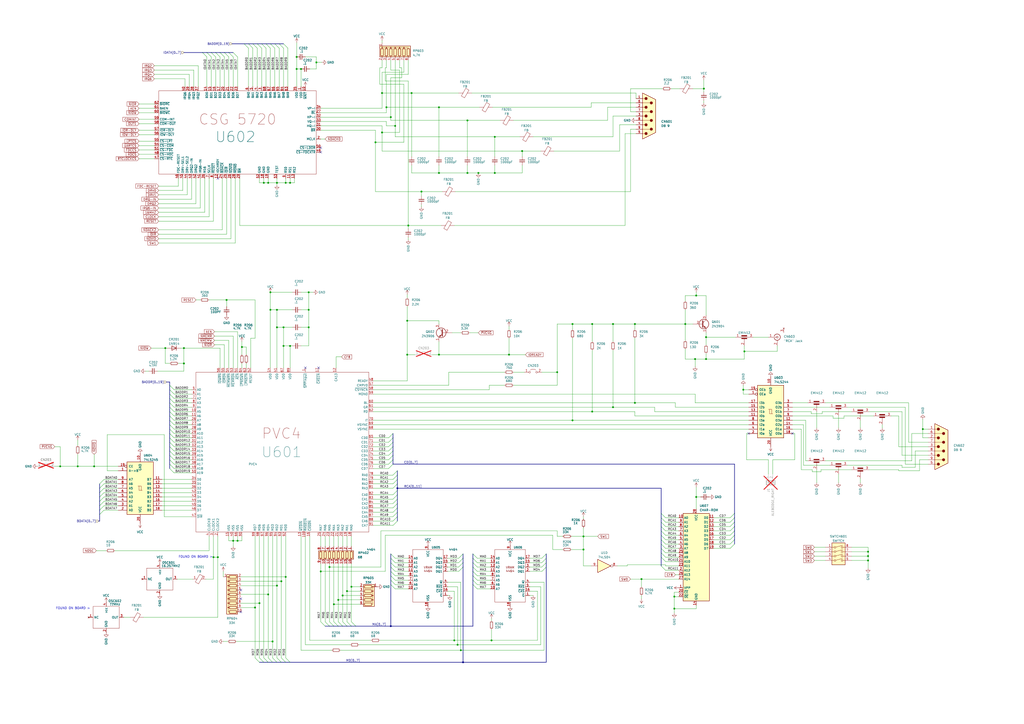
<source format=kicad_sch>
(kicad_sch (version 20230121) (generator eeschema)
  (paper "A2")
  (title_block (title "Commodore PC10/CA") (rev "C") (comment 1 "312626") (comment 2 "VIDEO"))
  (junction (at 391.16 353.06))
  (junction (at 431.165 226.06))
  (junction (at 196.215 347.98))
  (junction (at 164.465 189.865))
  (junction (at 368.3 187.96))
  (junction (at 343.535 238.76))
  (junction (at 287.02 79.375))
  (junction (at 254.635 100.33))
  (junction (at 263.525 371.475))
  (junction (at 397.51 187.96))
  (junction (at 236.22 186.055))
  (junction (at 535.305 248.92))
  (junction (at 503.555 325.12))
  (junction (at 221.615 76.835))
  (junction (at 295.275 205.74))
  (junction (at 355.6 187.96))
  (junction (at 137.795 313.69))
  (junction (at 160.655 189.865))
  (junction (at 179.07 179.705))
  (junction (at 54.61 270.51))
  (junction (at 174.625 40.005))
  (junction (at 332.105 187.96))
  (junction (at 271.145 69.85))
  (junction (at 226.695 67.945))
  (junction (at 221.615 53.975))
  (junction (at 391.16 346.075))
  (junction (at 323.215 215.9))
  (junction (at 156.845 169.545))
  (junction (at 95.885 201.93))
  (junction (at 183.515 36.195))
  (junction (at 158.115 372.11))
  (junction (at 168.275 106.045))
  (junction (at 147.955 352.425))
  (junction (at 403.86 288.29))
  (junction (at 193.675 350.52))
  (junction (at 198.755 345.44))
  (junction (at 332.105 243.84))
  (junction (at 372.11 335.915))
  (junction (at 163.195 337.185))
  (junction (at 160.655 179.705))
  (junction (at 229.235 73.025))
  (junction (at 168.275 200.66))
  (junction (at 302.895 87.63))
  (junction (at 186.055 331.47))
  (junction (at 230.505 283.21))
  (junction (at 403.225 208.28))
  (junction (at 236.22 205.74))
  (junction (at 271.145 100.33))
  (junction (at 131.445 173.99))
  (junction (at 431.8 203.835))
  (junction (at 153.035 106.045))
  (junction (at 254.635 205.74))
  (junction (at 408.305 51.435))
  (junction (at 267.335 377.19))
  (junction (at 277.495 100.33))
  (junction (at 265.43 374.015))
  (junction (at 409.575 208.28))
  (junction (at 343.535 187.96))
  (junction (at 123.825 323.215))
  (junction (at 156.845 179.705))
  (junction (at 203.835 340.36))
  (junction (at 238.76 53.975))
  (junction (at 217.805 82.55))
  (junction (at 34.925 270.51))
  (junction (at 106.68 210.82))
  (junction (at 226.695 363.22))
  (junction (at 287.02 100.33))
  (junction (at 179.07 189.865))
  (junction (at 503.555 322.58))
  (junction (at 172.085 40.005))
  (junction (at 165.735 106.045))
  (junction (at 126.365 323.215))
  (junction (at 135.255 313.69))
  (junction (at 191.135 328.93))
  (junction (at 268.605 384.175))
  (junction (at 106.68 201.93))
  (junction (at 285.115 371.475))
  (junction (at 338.455 318.77))
  (junction (at 201.295 342.9))
  (junction (at 503.555 320.04))
  (junction (at 355.6 236.22))
  (junction (at 45.085 270.51))
  (junction (at 224.155 62.23))
  (junction (at 160.655 339.725))
  (junction (at 179.07 169.545))
  (junction (at 140.335 201.295))
  (junction (at 403.86 171.45))
  (junction (at 244.475 111.125))
  (junction (at 155.575 344.805))
  (junction (at 160.655 106.045))
  (junction (at 165.735 334.645))
  (junction (at 172.085 33.02))
  (junction (at 409.575 195.58))
  (junction (at 338.455 311.15))
  (junction (at 164.465 200.66))
  (junction (at 150.495 349.885))
  (junction (at 236.855 130.81))
  (junction (at 155.575 106.045))
  (junction (at 254.635 62.23))
  (junction (at 368.3 233.68))
  (no_connect (at 139.7 354.965))
  (no_connect (at 139.7 347.345))
  (no_connect (at 186.055 85.725))
  (no_connect (at 139.7 342.265))
  (no_connect (at 177.165 213.36))
  (no_connect (at 126.365 103.505))
  (no_connect (at 186.055 88.265))
  (no_connect (at 434.34 251.46))
  (no_connect (at 184.785 213.36))
  (no_connect (at 459.74 251.46))
  (bus_entry (at 226.695 336.55) (size 2.54 2.54))
  (bus_entry (at 227.965 275.59) (size 2.54 -2.54))
  (bus_entry (at 226.695 323.85) (size 2.54 2.54))
  (bus_entry (at 383.54 315.595) (size 2.54 2.54))
  (bus_entry (at 154.305 27.94) (size -2.54 -2.54))
  (bus_entry (at 57.785 288.29) (size 2.54 -2.54))
  (bus_entry (at 227.965 278.13) (size 2.54 -2.54))
  (bus_entry (at 193.675 363.22) (size -2.54 -2.54))
  (bus_entry (at 226.695 334.01) (size 2.54 2.54))
  (bus_entry (at 150.495 384.175) (size -2.54 -2.54))
  (bus_entry (at 383.54 297.815) (size 2.54 2.54))
  (bus_entry (at 120.015 33.02) (size -2.54 -2.54))
  (bus_entry (at 274.32 334.01) (size 2.54 2.54))
  (bus_entry (at 57.785 285.75) (size 2.54 -2.54))
  (bus_entry (at 98.425 233.68) (size 2.54 2.54))
  (bus_entry (at 57.785 295.91) (size 2.54 -2.54))
  (bus_entry (at 165.735 384.175) (size -2.54 -2.54))
  (bus_entry (at 191.135 363.22) (size -2.54 -2.54))
  (bus_entry (at 423.545 307.975) (size 2.54 -2.54))
  (bus_entry (at 266.065 323.85) (size 2.54 -2.54))
  (bus_entry (at 167.005 27.94) (size -2.54 -2.54))
  (bus_entry (at 423.545 313.055) (size 2.54 -2.54))
  (bus_entry (at 98.425 266.7) (size 2.54 2.54))
  (bus_entry (at 227.965 292.1) (size 2.54 -2.54))
  (bus_entry (at 225.425 261.62) (size 2.54 -2.54))
  (bus_entry (at 57.785 293.37) (size 2.54 -2.54))
  (bus_entry (at 423.545 318.135) (size 2.54 -2.54))
  (bus_entry (at 98.425 246.38) (size 2.54 2.54))
  (bus_entry (at 383.54 313.055) (size 2.54 2.54))
  (bus_entry (at 274.32 328.93) (size 2.54 2.54))
  (bus_entry (at 227.965 289.56) (size 2.54 -2.54))
  (bus_entry (at 98.425 228.6) (size 2.54 2.54))
  (bus_entry (at 196.215 363.22) (size -2.54 -2.54))
  (bus_entry (at 203.835 363.22) (size -2.54 -2.54))
  (bus_entry (at 226.695 321.31) (size 2.54 2.54))
  (bus_entry (at 225.425 269.24) (size 2.54 -2.54))
  (bus_entry (at 383.54 307.975) (size 2.54 2.54))
  (bus_entry (at 225.425 264.16) (size 2.54 -2.54))
  (bus_entry (at 130.175 33.02) (size -2.54 -2.54))
  (bus_entry (at 168.275 384.175) (size -2.54 -2.54))
  (bus_entry (at 314.325 326.39) (size 2.54 -2.54))
  (bus_entry (at 266.065 326.39) (size 2.54 -2.54))
  (bus_entry (at 274.32 323.85) (size 2.54 2.54))
  (bus_entry (at 227.965 294.64) (size 2.54 -2.54))
  (bus_entry (at 151.765 27.94) (size -2.54 -2.54))
  (bus_entry (at 161.925 27.94) (size -2.54 -2.54))
  (bus_entry (at 98.425 241.3) (size 2.54 2.54))
  (bus_entry (at 98.425 238.76) (size 2.54 2.54))
  (bus_entry (at 98.425 248.92) (size 2.54 2.54))
  (bus_entry (at 146.685 27.94) (size -2.54 -2.54))
  (bus_entry (at 227.965 297.18) (size 2.54 -2.54))
  (bus_entry (at 274.32 321.31) (size 2.54 2.54))
  (bus_entry (at 57.785 280.67) (size 2.54 -2.54))
  (bus_entry (at 98.425 271.78) (size 2.54 2.54))
  (bus_entry (at 314.325 323.85) (size 2.54 -2.54))
  (bus_entry (at 159.385 27.94) (size -2.54 -2.54))
  (bus_entry (at 137.795 33.02) (size -2.54 -2.54))
  (bus_entry (at 383.54 320.675) (size 2.54 2.54))
  (bus_entry (at 201.295 363.22) (size -2.54 -2.54))
  (bus_entry (at 227.965 283.21) (size 2.54 -2.54))
  (bus_entry (at 225.425 271.78) (size 2.54 -2.54))
  (bus_entry (at 164.465 27.94) (size -2.54 -2.54))
  (bus_entry (at 57.785 290.83) (size 2.54 -2.54))
  (bus_entry (at 98.425 223.52) (size 2.54 2.54))
  (bus_entry (at 125.095 33.02) (size -2.54 -2.54))
  (bus_entry (at 423.545 305.435) (size 2.54 -2.54))
  (bus_entry (at 57.785 283.21) (size 2.54 -2.54))
  (bus_entry (at 274.32 326.39) (size 2.54 2.54))
  (bus_entry (at 98.425 236.22) (size 2.54 2.54))
  (bus_entry (at 274.32 336.55) (size 2.54 2.54))
  (bus_entry (at 98.425 226.06) (size 2.54 2.54))
  (bus_entry (at 227.965 287.02) (size 2.54 -2.54))
  (bus_entry (at 227.965 304.8) (size 2.54 -2.54))
  (bus_entry (at 383.54 323.215) (size 2.54 2.54))
  (bus_entry (at 98.425 254) (size 2.54 2.54))
  (bus_entry (at 383.54 328.295) (size 2.54 2.54))
  (bus_entry (at 98.425 251.46) (size 2.54 2.54))
  (bus_entry (at 98.425 264.16) (size 2.54 2.54))
  (bus_entry (at 227.965 302.26) (size 2.54 -2.54))
  (bus_entry (at 225.425 266.7) (size 2.54 -2.54))
  (bus_entry (at 98.425 243.84) (size 2.54 2.54))
  (bus_entry (at 266.065 328.93) (size 2.54 -2.54))
  (bus_entry (at 274.32 331.47) (size 2.54 2.54))
  (bus_entry (at 423.545 310.515) (size 2.54 -2.54))
  (bus_entry (at 314.325 331.47) (size 2.54 -2.54))
  (bus_entry (at 198.755 363.22) (size -2.54 -2.54))
  (bus_entry (at 163.195 384.175) (size -2.54 -2.54))
  (bus_entry (at 226.695 328.93) (size 2.54 2.54))
  (bus_entry (at 225.425 256.54) (size 2.54 -2.54))
  (bus_entry (at 98.425 269.24) (size 2.54 2.54))
  (bus_entry (at 383.54 310.515) (size 2.54 2.54))
  (bus_entry (at 135.255 33.02) (size -2.54 -2.54))
  (bus_entry (at 158.115 384.175) (size -2.54 -2.54))
  (bus_entry (at 206.375 363.22) (size -2.54 -2.54))
  (bus_entry (at 227.965 280.67) (size 2.54 -2.54))
  (bus_entry (at 226.695 339.09) (size 2.54 2.54))
  (bus_entry (at 98.425 231.14) (size 2.54 2.54))
  (bus_entry (at 227.965 299.72) (size 2.54 -2.54))
  (bus_entry (at 57.785 298.45) (size 2.54 -2.54))
  (bus_entry (at 153.035 384.175) (size -2.54 -2.54))
  (bus_entry (at 98.425 259.08) (size 2.54 2.54))
  (bus_entry (at 266.065 331.47) (size 2.54 -2.54))
  (bus_entry (at 423.545 300.355) (size 2.54 -2.54))
  (bus_entry (at 160.655 384.175) (size -2.54 -2.54))
  (bus_entry (at 225.425 259.08) (size 2.54 -2.54))
  (bus_entry (at 132.715 33.02) (size -2.54 -2.54))
  (bus_entry (at 144.145 27.94) (size -2.54 -2.54))
  (bus_entry (at 423.545 315.595) (size 2.54 -2.54))
  (bus_entry (at 226.695 326.39) (size 2.54 2.54))
  (bus_entry (at 98.425 261.62) (size 2.54 2.54))
  (bus_entry (at 383.54 302.895) (size 2.54 2.54))
  (bus_entry (at 127.635 33.02) (size -2.54 -2.54))
  (bus_entry (at 98.425 256.54) (size 2.54 2.54))
  (bus_entry (at 122.555 33.02) (size -2.54 -2.54))
  (bus_entry (at 149.225 27.94) (size -2.54 -2.54))
  (bus_entry (at 156.845 27.94) (size -2.54 -2.54))
  (bus_entry (at 225.425 254) (size 2.54 -2.54))
  (bus_entry (at 226.695 331.47) (size 2.54 2.54))
  (bus_entry (at 314.325 328.93) (size 2.54 -2.54))
  (bus_entry (at 383.54 305.435) (size 2.54 2.54))
  (bus_entry (at 423.545 302.895) (size 2.54 -2.54))
  (bus_entry (at 155.575 384.175) (size -2.54 -2.54))
  (bus_entry (at 188.595 363.22) (size -2.54 -2.54))
  (bus_entry (at 274.32 339.09) (size 2.54 2.54))
  (bus_entry (at 383.54 318.135) (size 2.54 2.54))
  (bus_entry (at 383.54 300.355) (size 2.54 2.54))
  (wire (pts (xy 95.25 299.72) (xy 95.25 252.095)))
  (bus (pts (xy 227.965 266.7) (xy 227.965 269.24)))
  (wire (pts (xy 530.86 261.62) (xy 538.48 261.62)))
  (wire (pts (xy 359.41 87.63) (xy 359.41 72.39)))
  (wire (pts (xy 234.315 41.91) (xy 234.315 34.925)))
  (wire (pts (xy 45.085 255.27) (xy 45.085 258.445)))
  (wire (pts (xy 124.46 194.945) (xy 135.255 194.945)))
  (wire (pts (xy 221.615 87.63) (xy 221.615 76.835)))
  (wire (pts (xy 307.34 326.39) (xy 314.325 326.39)))
  (wire (pts (xy 172.085 33.02) (xy 172.085 40.005)))
  (wire (pts (xy 365.76 64.77) (xy 365.76 51.435)))
  (wire (pts (xy 464.82 248.92) (xy 464.82 272.415)))
  (wire (pts (xy 139.7 334.645) (xy 165.735 334.645)))
  (wire (pts (xy 259.715 323.85) (xy 266.065 323.85)))
  (wire (pts (xy 403.225 233.68) (xy 434.34 233.68)))
  (wire (pts (xy 158.115 311.15) (xy 158.115 372.11)))
  (wire (pts (xy 231.775 40.64) (xy 231.775 76.835)))
  (bus (pts (xy 151.765 25.4) (xy 154.305 25.4)))
  (wire (pts (xy 254.635 205.74) (xy 295.275 205.74)))
  (wire (pts (xy 476.25 273.685) (xy 476.25 272.415)))
  (wire (pts (xy 409.575 193.04) (xy 409.575 195.58)))
  (wire (pts (xy 527.05 233.68) (xy 527.05 256.54)))
  (wire (pts (xy 528.955 251.46) (xy 538.48 251.46)))
  (bus (pts (xy 230.505 289.56) (xy 230.505 292.1)))
  (bus (pts (xy 383.54 315.595) (xy 383.54 318.135)))
  (wire (pts (xy 271.145 100.33) (xy 277.495 100.33)))
  (wire (pts (xy 165.735 334.645) (xy 165.735 381.635)))
  (wire (pts (xy 174.625 40.005) (xy 174.625 50.165)))
  (wire (pts (xy 140.335 198.12) (xy 140.335 201.295)))
  (bus (pts (xy 98.425 256.54) (xy 98.425 259.08)))
  (wire (pts (xy 217.805 75.565) (xy 217.805 82.55)))
  (bus (pts (xy 201.295 363.22) (xy 203.835 363.22)))
  (wire (pts (xy 244.475 111.125) (xy 256.54 111.125)))
  (wire (pts (xy 196.215 311.15) (xy 196.215 316.865)))
  (wire (pts (xy 216.535 256.54) (xy 225.425 256.54)))
  (wire (pts (xy 226.695 45.085) (xy 233.045 45.085)))
  (wire (pts (xy 216.535 287.02) (xy 227.965 287.02)))
  (wire (pts (xy 391.16 353.06) (xy 391.16 355.6)))
  (wire (pts (xy 368.3 187.96) (xy 397.51 187.96)))
  (wire (pts (xy 92.075 107.95) (xy 103.505 107.95)))
  (wire (pts (xy 486.41 274.955) (xy 486.41 280.035)))
  (wire (pts (xy 161.925 27.94) (xy 161.925 50.165)))
  (wire (pts (xy 221.615 53.975) (xy 238.76 53.975)))
  (wire (pts (xy 244.475 111.125) (xy 244.475 113.665)))
  (wire (pts (xy 250.825 205.74) (xy 254.635 205.74)))
  (wire (pts (xy 233.045 39.37) (xy 231.775 39.37)))
  (wire (pts (xy 409.575 195.58) (xy 426.72 195.58)))
  (wire (pts (xy 113.665 118.11) (xy 113.665 103.505)))
  (wire (pts (xy 139.065 130.81) (xy 236.855 130.81)))
  (wire (pts (xy 168.275 103.505) (xy 168.275 106.045)))
  (bus (pts (xy 230.505 278.13) (xy 230.505 280.67)))
  (bus (pts (xy 230.505 294.64) (xy 230.505 297.18)))
  (wire (pts (xy 229.235 339.09) (xy 236.855 339.09)))
  (wire (pts (xy 450.85 203.835) (xy 431.8 203.835)))
  (wire (pts (xy 93.98 290.83) (xy 111.125 290.83)))
  (wire (pts (xy 236.855 46.99) (xy 223.52 46.99)))
  (bus (pts (xy 125.095 30.48) (xy 127.635 30.48)))
  (bus (pts (xy 274.32 334.01) (xy 274.32 336.55)))
  (wire (pts (xy 142.875 205.74) (xy 142.875 201.295)))
  (wire (pts (xy 259.715 337.82) (xy 267.335 337.82)))
  (wire (pts (xy 486.41 241.3) (xy 486.41 248.285)))
  (bus (pts (xy 98.425 223.52) (xy 98.425 226.06)))
  (wire (pts (xy 121.285 125.73) (xy 121.285 103.505)))
  (wire (pts (xy 229.235 79.375) (xy 229.235 73.025)))
  (wire (pts (xy 234.315 48.895) (xy 220.345 48.895)))
  (wire (pts (xy 123.825 311.15) (xy 123.825 323.215)))
  (wire (pts (xy 186.055 67.945) (xy 226.695 67.945)))
  (wire (pts (xy 66.675 319.405) (xy 121.285 319.405)))
  (wire (pts (xy 220.98 328.93) (xy 220.98 307.975)))
  (wire (pts (xy 172.085 24.765) (xy 172.085 33.02)))
  (wire (pts (xy 84.455 215.265) (xy 86.36 215.265)))
  (wire (pts (xy 259.715 342.9) (xy 263.525 342.9)))
  (wire (pts (xy 194.945 213.36) (xy 194.945 207.01)))
  (wire (pts (xy 287.02 79.375) (xy 229.235 79.375)))
  (bus (pts (xy 426.085 297.815) (xy 426.085 300.355)))
  (wire (pts (xy 368.935 57.15) (xy 368.935 53.975)))
  (wire (pts (xy 92.075 128.27) (xy 123.825 128.27)))
  (wire (pts (xy 223.52 46.99) (xy 223.52 39.37)))
  (wire (pts (xy 95.885 201.93) (xy 97.155 201.93)))
  (wire (pts (xy 60.325 293.37) (xy 68.58 293.37)))
  (wire (pts (xy 323.215 223.52) (xy 323.215 215.9)))
  (wire (pts (xy 198.755 345.44) (xy 198.755 360.68)))
  (wire (pts (xy 164.465 189.865) (xy 169.545 189.865)))
  (wire (pts (xy 147.955 196.215) (xy 147.955 173.99)))
  (wire (pts (xy 198.755 311.15) (xy 198.755 316.865)))
  (wire (pts (xy 397.51 202.565) (xy 397.51 208.28)))
  (bus (pts (xy 226.695 336.55) (xy 226.695 339.09)))
  (wire (pts (xy 368.3 233.68) (xy 391.795 233.68)))
  (bus (pts (xy 227.965 261.62) (xy 227.965 264.16)))
  (wire (pts (xy 145.415 196.215) (xy 147.955 196.215)))
  (wire (pts (xy 93.98 283.21) (xy 111.125 283.21)))
  (wire (pts (xy 231.775 40.64) (xy 226.695 40.64)))
  (wire (pts (xy 386.08 300.355) (xy 393.7 300.355)))
  (wire (pts (xy 414.02 310.515) (xy 423.545 310.515)))
  (wire (pts (xy 414.02 300.355) (xy 423.545 300.355)))
  (wire (pts (xy 254.635 95.885) (xy 254.635 100.33)))
  (wire (pts (xy 503.555 320.04) (xy 503.555 322.58)))
  (wire (pts (xy 153.035 106.045) (xy 155.575 106.045)))
  (wire (pts (xy 137.16 372.11) (xy 158.115 372.11)))
  (wire (pts (xy 236.855 130.81) (xy 236.855 132.715)))
  (wire (pts (xy 156.845 169.545) (xy 169.545 169.545)))
  (wire (pts (xy 111.125 115.57) (xy 111.125 103.505)))
  (wire (pts (xy 193.675 311.15) (xy 193.675 316.865)))
  (bus (pts (xy 383.54 283.21) (xy 383.54 297.815)))
  (bus (pts (xy 226.695 328.93) (xy 226.695 331.47)))
  (wire (pts (xy 216.535 292.1) (xy 227.965 292.1)))
  (wire (pts (xy 80.645 89.535) (xy 89.535 89.535)))
  (wire (pts (xy 471.17 272.415) (xy 471.17 273.685)))
  (wire (pts (xy 216.535 297.18) (xy 227.965 297.18)))
  (wire (pts (xy 60.325 285.75) (xy 68.58 285.75)))
  (wire (pts (xy 240.665 205.74) (xy 236.22 205.74)))
  (wire (pts (xy 93.98 295.91) (xy 111.125 295.91)))
  (wire (pts (xy 264.16 111.125) (xy 365.76 111.125)))
  (wire (pts (xy 393.7 343.535) (xy 391.16 343.535)))
  (wire (pts (xy 92.075 113.03) (xy 108.585 113.03)))
  (bus (pts (xy 98.425 241.3) (xy 98.425 243.84)))
  (wire (pts (xy 132.715 311.15) (xy 132.715 313.69)))
  (wire (pts (xy 409.575 208.28) (xy 409.575 205.105)))
  (wire (pts (xy 156.845 213.36) (xy 156.845 179.705)))
  (wire (pts (xy 118.745 123.19) (xy 118.745 103.505)))
  (wire (pts (xy 216.535 264.16) (xy 225.425 264.16)))
  (wire (pts (xy 92.075 123.19) (xy 118.745 123.19)))
  (bus (pts (xy 98.425 231.14) (xy 98.425 233.68)))
  (bus (pts (xy 106.68 30.48) (xy 117.475 30.48)))
  (wire (pts (xy 150.495 311.15) (xy 150.495 349.885)))
  (bus (pts (xy 193.675 363.22) (xy 196.215 363.22)))
  (bus (pts (xy 426.085 313.055) (xy 426.085 315.595)))
  (bus (pts (xy 57.785 298.45) (xy 57.785 302.26)))
  (wire (pts (xy 139.7 352.425) (xy 147.955 352.425)))
  (wire (pts (xy 229.235 341.63) (xy 236.855 341.63)))
  (bus (pts (xy 383.54 318.135) (xy 383.54 320.675)))
  (bus (pts (xy 227.965 254) (xy 227.965 256.54)))
  (wire (pts (xy 140.335 313.69) (xy 140.335 311.15)))
  (wire (pts (xy 31.75 270.51) (xy 34.925 270.51)))
  (wire (pts (xy 472.44 322.58) (xy 478.79 322.58)))
  (bus (pts (xy 274.32 323.85) (xy 274.32 326.39)))
  (wire (pts (xy 106.68 215.265) (xy 91.44 215.265)))
  (wire (pts (xy 414.02 313.055) (xy 423.545 313.055)))
  (wire (pts (xy 127.635 33.02) (xy 127.635 50.165)))
  (wire (pts (xy 106.68 201.93) (xy 127.635 201.93)))
  (bus (pts (xy 227.965 264.16) (xy 227.965 266.7)))
  (wire (pts (xy 216.535 254) (xy 225.425 254)))
  (wire (pts (xy 100.965 254) (xy 111.125 254)))
  (bus (pts (xy 268.605 323.85) (xy 268.605 326.39)))
  (wire (pts (xy 92.075 115.57) (xy 111.125 115.57)))
  (wire (pts (xy 120.015 33.02) (xy 120.015 50.165)))
  (wire (pts (xy 155.575 344.805) (xy 155.575 381.635)))
  (bus (pts (xy 226.695 339.09) (xy 226.695 363.22)))
  (wire (pts (xy 503.555 322.58) (xy 503.555 325.12)))
  (wire (pts (xy 216.535 283.21) (xy 227.965 283.21)))
  (wire (pts (xy 343.535 203.2) (xy 343.535 238.76)))
  (wire (pts (xy 93.98 280.67) (xy 111.125 280.67)))
  (bus (pts (xy 383.54 300.355) (xy 383.54 302.895)))
  (wire (pts (xy 295.275 205.74) (xy 304.8 205.74)))
  (bus (pts (xy 274.32 321.31) (xy 274.32 323.85)))
  (wire (pts (xy 403.86 351.155) (xy 403.86 353.06)))
  (wire (pts (xy 170.815 106.045) (xy 170.815 103.505)))
  (wire (pts (xy 403.225 228.6) (xy 403.225 233.68)))
  (wire (pts (xy 528.955 267.335) (xy 528.955 251.46)))
  (bus (pts (xy 230.505 275.59) (xy 230.505 278.13)))
  (bus (pts (xy 230.505 273.05) (xy 230.505 275.59)))
  (wire (pts (xy 342.9 62.23) (xy 285.75 62.23)))
  (wire (pts (xy 93.98 293.37) (xy 111.125 293.37)))
  (wire (pts (xy 503.555 325.12) (xy 503.555 329.565)))
  (wire (pts (xy 295.275 196.215) (xy 295.275 205.74)))
  (wire (pts (xy 150.495 103.505) (xy 150.495 106.045)))
  (wire (pts (xy 372.11 347.345) (xy 372.11 345.44)))
  (wire (pts (xy 155.575 106.045) (xy 160.655 106.045)))
  (wire (pts (xy 283.845 226.06) (xy 283.845 223.52)))
  (bus (pts (xy 163.195 384.175) (xy 165.735 384.175)))
  (wire (pts (xy 179.07 179.705) (xy 179.07 169.545)))
  (wire (pts (xy 434.34 251.46) (xy 433.07 251.46)))
  (bus (pts (xy 98.425 259.08) (xy 98.425 261.62)))
  (wire (pts (xy 470.535 238.76) (xy 470.535 240.03)))
  (wire (pts (xy 160.655 311.15) (xy 160.655 339.725)))
  (wire (pts (xy 368.935 64.77) (xy 365.76 64.77)))
  (bus (pts (xy 274.32 331.47) (xy 274.32 334.01)))
  (wire (pts (xy 100.965 241.3) (xy 111.125 241.3)))
  (wire (pts (xy 93.98 285.75) (xy 111.125 285.75)))
  (bus (pts (xy 227.965 256.54) (xy 227.965 259.08)))
  (wire (pts (xy 525.145 236.22) (xy 525.145 269.24)))
  (wire (pts (xy 137.795 33.02) (xy 137.795 50.165)))
  (wire (pts (xy 297.815 215.9) (xy 304.165 215.9)))
  (wire (pts (xy 386.08 325.755) (xy 393.7 325.755)))
  (wire (pts (xy 100.965 274.32) (xy 111.125 274.32)))
  (wire (pts (xy 342.9 59.69) (xy 342.9 62.23)))
  (wire (pts (xy 491.49 236.22) (xy 525.145 236.22)))
  (wire (pts (xy 368.3 241.3) (xy 434.34 241.3)))
  (wire (pts (xy 55.88 319.405) (xy 61.595 319.405)))
  (wire (pts (xy 223.52 310.515) (xy 320.675 310.515)))
  (wire (pts (xy 262.255 193.04) (xy 267.335 193.04)))
  (wire (pts (xy 379.73 236.22) (xy 379.73 238.76)))
  (wire (pts (xy 83.185 358.14) (xy 126.365 358.14)))
  (wire (pts (xy 368.935 59.69) (xy 342.9 59.69)))
  (wire (pts (xy 220.345 48.895) (xy 220.345 39.37)))
  (bus (pts (xy 274.32 336.55) (xy 274.32 339.09)))
  (wire (pts (xy 194.945 207.01) (xy 198.12 207.01)))
  (wire (pts (xy 132.715 197.485) (xy 132.715 213.36)))
  (wire (pts (xy 254.635 186.055) (xy 254.635 187.96)))
  (wire (pts (xy 338.455 311.15) (xy 331.47 311.15)))
  (wire (pts (xy 236.855 139.065) (xy 236.855 137.795)))
  (wire (pts (xy 62.23 252.095) (xy 62.23 273.05)))
  (wire (pts (xy 297.815 223.52) (xy 323.215 223.52)))
  (bus (pts (xy 98.425 248.92) (xy 98.425 251.46)))
  (wire (pts (xy 459.74 233.68) (xy 468.63 233.68)))
  (wire (pts (xy 186.055 311.15) (xy 186.055 316.865)))
  (wire (pts (xy 121.285 319.405) (xy 121.285 311.15)))
  (wire (pts (xy 174.625 179.705) (xy 179.07 179.705)))
  (wire (pts (xy 169.545 179.705) (xy 160.655 179.705)))
  (wire (pts (xy 140.335 210.82) (xy 140.335 213.36)))
  (wire (pts (xy 338.455 328.295) (xy 338.455 318.77)))
  (wire (pts (xy 192.405 377.19) (xy 174.625 377.19)))
  (wire (pts (xy 323.215 187.96) (xy 332.105 187.96)))
  (wire (pts (xy 100.965 228.6) (xy 111.125 228.6)))
  (wire (pts (xy 224.155 43.18) (xy 236.855 43.18)))
  (bus (pts (xy 98.425 236.22) (xy 98.425 238.76)))
  (wire (pts (xy 92.075 110.49) (xy 106.045 110.49)))
  (wire (pts (xy 533.4 266.7) (xy 538.48 266.7)))
  (wire (pts (xy 467.36 243.84) (xy 467.36 267.335)))
  (wire (pts (xy 124.46 197.485) (xy 132.715 197.485)))
  (bus (pts (xy 230.505 297.18) (xy 230.505 299.72)))
  (wire (pts (xy 139.7 344.805) (xy 155.575 344.805)))
  (bus (pts (xy 158.115 384.175) (xy 160.655 384.175)))
  (wire (pts (xy 186.055 73.025) (xy 221.615 73.025)))
  (bus (pts (xy 230.505 284.48) (xy 230.505 287.02)))
  (wire (pts (xy 215.265 371.475) (xy 179.705 371.475)))
  (wire (pts (xy 355.6 203.2) (xy 355.6 236.22)))
  (wire (pts (xy 100.965 236.22) (xy 111.125 236.22)))
  (wire (pts (xy 93.98 278.13) (xy 111.125 278.13)))
  (wire (pts (xy 481.33 269.875) (xy 466.09 269.875)))
  (wire (pts (xy 409.575 182.88) (xy 409.575 171.45)))
  (wire (pts (xy 95.25 252.095) (xy 62.23 252.095)))
  (wire (pts (xy 164.465 200.66) (xy 168.275 200.66)))
  (bus (pts (xy 426.085 307.975) (xy 426.085 310.515)))
  (wire (pts (xy 220.345 371.475) (xy 263.525 371.475)))
  (bus (pts (xy 230.505 292.1) (xy 230.505 294.64)))
  (wire (pts (xy 229.235 336.55) (xy 236.855 336.55)))
  (wire (pts (xy 165.735 311.15) (xy 165.735 334.645)))
  (wire (pts (xy 128.905 133.35) (xy 128.905 103.505)))
  (bus (pts (xy 117.475 30.48) (xy 120.015 30.48)))
  (wire (pts (xy 521.335 273.05) (xy 533.4 273.05)))
  (wire (pts (xy 186.055 65.405) (xy 224.155 65.405)))
  (bus (pts (xy 316.865 323.85) (xy 316.865 326.39)))
  (wire (pts (xy 139.065 103.505) (xy 139.065 130.81)))
  (wire (pts (xy 403.86 171.45) (xy 397.51 171.45)))
  (wire (pts (xy 414.02 315.595) (xy 423.545 315.595)))
  (bus (pts (xy 165.735 384.175) (xy 168.275 384.175)))
  (bus (pts (xy 226.695 323.85) (xy 226.695 326.39)))
  (wire (pts (xy 471.17 273.685) (xy 476.25 273.685)))
  (wire (pts (xy 167.005 27.94) (xy 167.005 50.165)))
  (wire (pts (xy 186.055 70.485) (xy 224.155 70.485)))
  (bus (pts (xy 268.605 384.175) (xy 316.865 384.175)))
  (bus (pts (xy 426.085 305.435) (xy 426.085 307.975)))
  (wire (pts (xy 109.855 43.18) (xy 109.855 50.165)))
  (wire (pts (xy 276.86 339.09) (xy 284.48 339.09)))
  (wire (pts (xy 523.24 269.875) (xy 523.24 271.145)))
  (wire (pts (xy 521.335 241.3) (xy 521.335 259.08)))
  (wire (pts (xy 147.955 352.425) (xy 147.955 381.635)))
  (bus (pts (xy 98.425 221.615) (xy 98.425 223.52)))
  (bus (pts (xy 98.425 238.76) (xy 98.425 241.3)))
  (bus (pts (xy 268.605 326.39) (xy 268.605 328.93)))
  (wire (pts (xy 160.655 189.865) (xy 160.655 213.36)))
  (wire (pts (xy 254.635 186.055) (xy 236.22 186.055)))
  (bus (pts (xy 98.425 269.24) (xy 98.425 271.78)))
  (wire (pts (xy 142.875 210.82) (xy 142.875 213.36)))
  (wire (pts (xy 216.535 259.08) (xy 225.425 259.08)))
  (wire (pts (xy 216.535 275.59) (xy 227.965 275.59)))
  (wire (pts (xy 201.295 342.9) (xy 201.295 360.68)))
  (wire (pts (xy 467.36 267.335) (xy 468.63 267.335)))
  (wire (pts (xy 459.74 248.92) (xy 464.82 248.92)))
  (wire (pts (xy 135.255 33.02) (xy 135.255 50.165)))
  (wire (pts (xy 368.935 53.975) (xy 273.685 53.975)))
  (wire (pts (xy 313.69 340.36) (xy 307.34 340.36)))
  (wire (pts (xy 362.585 130.81) (xy 362.585 77.47)))
  (wire (pts (xy 151.765 27.94) (xy 151.765 50.165)))
  (wire (pts (xy 54.61 263.525) (xy 54.61 270.51)))
  (bus (pts (xy 274.32 339.09) (xy 274.32 363.22)))
  (wire (pts (xy 60.325 295.91) (xy 68.58 295.91)))
  (wire (pts (xy 494.03 320.04) (xy 503.555 320.04)))
  (bus (pts (xy 120.015 30.48) (xy 122.555 30.48)))
  (wire (pts (xy 236.22 205.74) (xy 236.22 186.055)))
  (wire (pts (xy 221.615 41.91) (xy 221.615 53.975)))
  (wire (pts (xy 287.02 100.33) (xy 302.895 100.33)))
  (wire (pts (xy 238.76 53.975) (xy 238.76 90.805)))
  (wire (pts (xy 331.47 318.77) (xy 338.455 318.77)))
  (wire (pts (xy 54.61 270.51) (xy 68.58 270.51)))
  (bus (pts (xy 226.695 321.31) (xy 226.695 323.85)))
  (wire (pts (xy 220.345 39.37) (xy 221.615 39.37)))
  (wire (pts (xy 80.645 60.325) (xy 89.535 60.325)))
  (wire (pts (xy 216.535 261.62) (xy 225.425 261.62)))
  (wire (pts (xy 221.615 34.925) (xy 221.615 39.37)))
  (wire (pts (xy 397.51 179.705) (xy 397.51 187.96)))
  (wire (pts (xy 386.08 320.675) (xy 393.7 320.675)))
  (bus (pts (xy 57.785 293.37) (xy 57.785 295.91)))
  (wire (pts (xy 236.855 43.18) (xy 236.855 34.925)))
  (wire (pts (xy 302.895 100.33) (xy 302.895 95.885)))
  (wire (pts (xy 414.02 307.975) (xy 423.545 307.975)))
  (wire (pts (xy 307.34 323.85) (xy 314.325 323.85)))
  (bus (pts (xy 160.655 384.175) (xy 163.195 384.175)))
  (wire (pts (xy 160.655 106.045) (xy 165.735 106.045)))
  (bus (pts (xy 206.375 363.22) (xy 226.695 363.22)))
  (wire (pts (xy 92.075 120.65) (xy 116.205 120.65)))
  (wire (pts (xy 174.625 200.66) (xy 179.07 200.66)))
  (wire (pts (xy 150.495 349.885) (xy 150.495 381.635)))
  (wire (pts (xy 386.08 323.215) (xy 393.7 323.215)))
  (wire (pts (xy 123.825 128.27) (xy 123.825 103.505)))
  (bus (pts (xy 98.425 246.38) (xy 98.425 248.92)))
  (wire (pts (xy 217.805 82.55) (xy 217.805 111.125)))
  (wire (pts (xy 111.125 299.72) (xy 95.25 299.72)))
  (wire (pts (xy 216.535 280.67) (xy 227.965 280.67)))
  (wire (pts (xy 483.235 242.57) (xy 489.585 242.57)))
  (bus (pts (xy 154.305 25.4) (xy 156.845 25.4)))
  (wire (pts (xy 263.525 371.475) (xy 285.115 371.475)))
  (wire (pts (xy 414.02 302.895) (xy 423.545 302.895)))
  (wire (pts (xy 224.155 73.025) (xy 229.235 73.025)))
  (wire (pts (xy 403.86 169.545) (xy 403.86 171.45)))
  (wire (pts (xy 146.685 27.94) (xy 146.685 50.165)))
  (bus (pts (xy 426.085 302.895) (xy 426.085 305.435)))
  (bus (pts (xy 98.425 261.62) (xy 98.425 264.16)))
  (wire (pts (xy 177.165 374.015) (xy 177.165 311.15)))
  (wire (pts (xy 165.735 103.505) (xy 165.735 106.045)))
  (wire (pts (xy 208.28 374.015) (xy 265.43 374.015)))
  (bus (pts (xy 227.965 251.46) (xy 227.965 254)))
  (wire (pts (xy 276.86 323.85) (xy 284.48 323.85)))
  (wire (pts (xy 393.7 328.295) (xy 386.08 328.295)))
  (bus (pts (xy 98.425 254) (xy 98.425 256.54)))
  (wire (pts (xy 476.885 240.03) (xy 476.885 238.76)))
  (wire (pts (xy 259.715 331.47) (xy 266.065 331.47)))
  (wire (pts (xy 124.46 192.405) (xy 137.795 192.405)))
  (wire (pts (xy 186.055 327.025) (xy 186.055 331.47)))
  (bus (pts (xy 316.865 328.93) (xy 316.865 384.175)))
  (wire (pts (xy 89.535 43.18) (xy 109.855 43.18)))
  (wire (pts (xy 80.645 86.995) (xy 89.535 86.995)))
  (wire (pts (xy 168.275 200.66) (xy 168.275 213.36)))
  (wire (pts (xy 386.08 302.895) (xy 393.7 302.895)))
  (wire (pts (xy 236.855 130.81) (xy 255.905 130.81)))
  (bus (pts (xy 274.32 328.93) (xy 274.32 331.47)))
  (wire (pts (xy 137.795 192.405) (xy 137.795 213.36)))
  (wire (pts (xy 355.6 187.96) (xy 368.3 187.96)))
  (wire (pts (xy 332.105 243.84) (xy 434.34 243.84)))
  (wire (pts (xy 285.115 371.475) (xy 311.785 371.475)))
  (wire (pts (xy 139.7 349.885) (xy 150.495 349.885)))
  (wire (pts (xy 216.535 302.26) (xy 227.965 302.26)))
  (wire (pts (xy 95.885 210.82) (xy 95.885 201.93)))
  (wire (pts (xy 459.74 251.46) (xy 461.01 251.46)))
  (wire (pts (xy 523.24 238.76) (xy 523.24 264.16)))
  (wire (pts (xy 169.545 200.66) (xy 168.275 200.66)))
  (wire (pts (xy 60.325 290.83) (xy 68.58 290.83)))
  (wire (pts (xy 224.155 43.18) (xy 224.155 62.23)))
  (wire (pts (xy 216.535 226.06) (xy 283.845 226.06)))
  (wire (pts (xy 100.965 226.06) (xy 111.125 226.06)))
  (wire (pts (xy 259.715 326.39) (xy 266.065 326.39)))
  (wire (pts (xy 164.465 213.36) (xy 164.465 200.66)))
  (wire (pts (xy 285.115 358.775) (xy 285.115 360.045)))
  (bus (pts (xy 149.225 25.4) (xy 151.765 25.4)))
  (wire (pts (xy 165.735 106.045) (xy 168.275 106.045)))
  (wire (pts (xy 92.075 138.43) (xy 133.985 138.43)))
  (wire (pts (xy 386.08 318.135) (xy 393.7 318.135)))
  (wire (pts (xy 359.41 72.39) (xy 368.935 72.39)))
  (wire (pts (xy 100.965 271.78) (xy 111.125 271.78)))
  (wire (pts (xy 223.52 39.37) (xy 224.155 39.37)))
  (wire (pts (xy 75.565 358.14) (xy 71.755 358.14)))
  (wire (pts (xy 307.34 328.93) (xy 314.325 328.93)))
  (wire (pts (xy 287.02 79.375) (xy 287.02 90.805)))
  (wire (pts (xy 34.925 270.51) (xy 45.085 270.51)))
  (wire (pts (xy 159.385 27.94) (xy 159.385 50.165)))
  (wire (pts (xy 216.535 248.92) (xy 434.34 248.92)))
  (wire (pts (xy 135.255 311.15) (xy 135.255 313.69)))
  (wire (pts (xy 156.845 179.705) (xy 156.845 169.545)))
  (wire (pts (xy 193.675 350.52) (xy 208.915 350.52)))
  (wire (pts (xy 372.11 335.915) (xy 372.11 340.36)))
  (wire (pts (xy 168.275 106.045) (xy 170.815 106.045)))
  (wire (pts (xy 338.455 318.77) (xy 338.455 311.15)))
  (wire (pts (xy 125.095 33.02) (xy 125.095 50.165)))
  (wire (pts (xy 224.155 70.485) (xy 224.155 73.025)))
  (wire (pts (xy 277.495 100.33) (xy 287.02 100.33)))
  (wire (pts (xy 135.255 194.945) (xy 135.255 213.36)))
  (wire (pts (xy 276.86 334.01) (xy 284.48 334.01)))
  (wire (pts (xy 332.105 187.96) (xy 343.535 187.96)))
  (wire (pts (xy 224.155 65.405) (xy 224.155 62.23)))
  (wire (pts (xy 62.23 273.05) (xy 68.58 273.05)))
  (wire (pts (xy 191.135 327.025) (xy 191.135 328.93)))
  (wire (pts (xy 172.085 40.005) (xy 172.085 50.165)))
  (wire (pts (xy 302.895 87.63) (xy 221.615 87.63)))
  (wire (pts (xy 158.115 372.11) (xy 158.115 381.635)))
  (wire (pts (xy 221.615 76.835) (xy 231.775 76.835)))
  (wire (pts (xy 406.4 288.29) (xy 403.86 288.29)))
  (wire (pts (xy 150.495 106.045) (xy 153.035 106.045)))
  (bus (pts (xy 98.425 264.16) (xy 98.425 266.7)))
  (wire (pts (xy 153.035 103.505) (xy 153.035 106.045)))
  (wire (pts (xy 231.775 39.37) (xy 231.775 34.925)))
  (wire (pts (xy 403.86 288.29) (xy 403.86 295.275)))
  (bus (pts (xy 227.965 269.24) (xy 426.085 269.24)))
  (wire (pts (xy 155.575 311.15) (xy 155.575 344.805)))
  (bus (pts (xy 168.275 384.175) (xy 268.605 384.175)))
  (wire (pts (xy 391.16 353.06) (xy 403.86 353.06)))
  (wire (pts (xy 315.595 377.19) (xy 315.595 337.82)))
  (wire (pts (xy 391.795 236.22) (xy 434.34 236.22)))
  (wire (pts (xy 229.235 34.925) (xy 229.235 73.025)))
  (wire (pts (xy 60.325 280.67) (xy 68.58 280.67)))
  (wire (pts (xy 276.86 328.93) (xy 284.48 328.93)))
  (wire (pts (xy 160.655 339.725) (xy 160.655 381.635)))
  (wire (pts (xy 132.715 313.69) (xy 135.255 313.69)))
  (wire (pts (xy 236.22 170.815) (xy 236.22 172.72)))
  (wire (pts (xy 290.195 69.85) (xy 271.145 69.85)))
  (wire (pts (xy 191.135 328.93) (xy 220.98 328.93)))
  (wire (pts (xy 129.54 372.11) (xy 132.08 372.11)))
  (wire (pts (xy 201.295 327.025) (xy 201.295 342.9)))
  (wire (pts (xy 119.38 335.915) (xy 123.825 335.915)))
  (wire (pts (xy 338.455 311.15) (xy 346.71 311.15)))
  (wire (pts (xy 365.76 335.915) (xy 372.11 335.915)))
  (wire (pts (xy 193.675 350.52) (xy 193.675 360.68)))
  (wire (pts (xy 489.585 241.3) (xy 506.73 241.3)))
  (wire (pts (xy 260.35 223.52) (xy 260.35 215.9)))
  (wire (pts (xy 106.68 210.82) (xy 106.68 201.93)))
  (wire (pts (xy 186.055 331.47) (xy 186.055 360.68)))
  (bus (pts (xy 188.595 363.22) (xy 191.135 363.22)))
  (wire (pts (xy 386.08 328.295) (xy 386.08 327.66)))
  (wire (pts (xy 216.535 289.56) (xy 227.965 289.56)))
  (wire (pts (xy 80.645 92.075) (xy 89.535 92.075)))
  (wire (pts (xy 332.105 187.96) (xy 332.105 191.135)))
  (wire (pts (xy 188.595 80.645) (xy 186.055 80.645)))
  (wire (pts (xy 450.85 200.66) (xy 450.85 203.835)))
  (bus (pts (xy 383.54 307.975) (xy 383.54 310.515)))
  (wire (pts (xy 100.965 264.16) (xy 111.125 264.16)))
  (wire (pts (xy 352.425 62.23) (xy 368.935 62.23)))
  (wire (pts (xy 80.645 65.405) (xy 89.535 65.405)))
  (wire (pts (xy 323.215 215.9) (xy 323.215 187.96)))
  (wire (pts (xy 470.535 240.03) (xy 476.885 240.03)))
  (wire (pts (xy 139.7 339.725) (xy 160.655 339.725)))
  (wire (pts (xy 397.51 171.45) (xy 397.51 174.625)))
  (wire (pts (xy 368.3 187.96) (xy 368.3 191.135)))
  (wire (pts (xy 473.71 238.76) (xy 473.71 248.285)))
  (wire (pts (xy 216.535 299.72) (xy 227.965 299.72)))
  (bus (pts (xy 98.425 251.46) (xy 98.425 254)))
  (wire (pts (xy 164.465 27.94) (xy 164.465 50.165)))
  (wire (pts (xy 365.76 111.125) (xy 365.76 74.93)))
  (wire (pts (xy 216.535 278.13) (xy 227.965 278.13)))
  (wire (pts (xy 538.48 254) (xy 535.305 254)))
  (wire (pts (xy 397.51 187.96) (xy 397.51 197.485)))
  (wire (pts (xy 265.43 340.36) (xy 265.43 374.015)))
  (wire (pts (xy 408.305 59.69) (xy 408.305 58.42)))
  (wire (pts (xy 100.965 251.46) (xy 111.125 251.46)))
  (wire (pts (xy 100.965 238.76) (xy 111.125 238.76)))
  (wire (pts (xy 147.955 311.15) (xy 147.955 352.425)))
  (wire (pts (xy 276.86 326.39) (xy 284.48 326.39)))
  (wire (pts (xy 244.475 120.015) (xy 244.475 118.745)))
  (wire (pts (xy 311.785 342.9) (xy 307.34 342.9)))
  (wire (pts (xy 386.08 307.975) (xy 393.7 307.975)))
  (bus (pts (xy 98.425 233.68) (xy 98.425 236.22)))
  (wire (pts (xy 174.625 377.19) (xy 174.625 311.15)))
  (wire (pts (xy 476.25 272.415) (xy 494.03 272.415)))
  (wire (pts (xy 123.825 335.915) (xy 123.825 323.215)))
  (wire (pts (xy 100.965 269.24) (xy 111.125 269.24)))
  (bus (pts (xy 161.925 25.4) (xy 164.465 25.4)))
  (wire (pts (xy 89.535 45.72) (xy 107.315 45.72)))
  (wire (pts (xy 203.835 311.15) (xy 203.835 316.865)))
  (wire (pts (xy 226.695 40.64) (xy 226.695 34.925)))
  (wire (pts (xy 315.595 337.82) (xy 307.34 337.82)))
  (wire (pts (xy 408.305 51.435) (xy 408.305 53.34)))
  (wire (pts (xy 197.485 377.19) (xy 267.335 377.19)))
  (wire (pts (xy 160.655 107.315) (xy 160.655 106.045)))
  (bus (pts (xy 122.555 30.48) (xy 125.095 30.48)))
  (bus (pts (xy 155.575 384.175) (xy 158.115 384.175)))
  (wire (pts (xy 201.295 311.15) (xy 201.295 316.865)))
  (wire (pts (xy 461.01 251.46) (xy 461.01 266.7)))
  (wire (pts (xy 216.535 243.84) (xy 332.105 243.84)))
  (wire (pts (xy 216.535 233.68) (xy 368.3 233.68)))
  (wire (pts (xy 409.575 171.45) (xy 403.86 171.45)))
  (wire (pts (xy 229.235 331.47) (xy 236.855 331.47)))
  (bus (pts (xy 383.54 313.055) (xy 383.54 315.595)))
  (wire (pts (xy 466.09 246.38) (xy 459.74 246.38)))
  (wire (pts (xy 98.425 210.82) (xy 95.885 210.82)))
  (wire (pts (xy 323.215 311.15) (xy 326.39 311.15)))
  (bus (pts (xy 268.605 328.93) (xy 268.605 384.175)))
  (wire (pts (xy 368.3 196.215) (xy 368.3 233.68)))
  (wire (pts (xy 226.695 45.085) (xy 226.695 67.945)))
  (wire (pts (xy 386.08 313.055) (xy 393.7 313.055)))
  (wire (pts (xy 135.255 313.69) (xy 137.795 313.69)))
  (wire (pts (xy 431.165 226.06) (xy 431.165 223.52)))
  (wire (pts (xy 321.31 87.63) (xy 359.41 87.63)))
  (wire (pts (xy 203.835 340.36) (xy 208.915 340.36)))
  (wire (pts (xy 343.535 238.76) (xy 368.3 238.76)))
  (wire (pts (xy 254.635 62.23) (xy 278.13 62.23)))
  (wire (pts (xy 355.6 67.31) (xy 368.935 67.31)))
  (wire (pts (xy 431.165 228.6) (xy 431.165 226.06)))
  (wire (pts (xy 223.52 331.47) (xy 223.52 310.515)))
  (wire (pts (xy 174.625 189.865) (xy 179.07 189.865)))
  (wire (pts (xy 100.965 246.38) (xy 111.125 246.38)))
  (bus (pts (xy 426.085 310.515) (xy 426.085 313.055)))
  (wire (pts (xy 276.86 331.47) (xy 284.48 331.47)))
  (bus (pts (xy 383.54 323.215) (xy 383.54 328.295)))
  (wire (pts (xy 403.225 208.28) (xy 409.575 208.28)))
  (wire (pts (xy 234.315 82.55) (xy 234.315 48.895)))
  (wire (pts (xy 472.44 317.5) (xy 478.79 317.5)))
  (wire (pts (xy 136.525 103.505) (xy 136.525 140.97)))
  (bus (pts (xy 230.505 283.21) (xy 230.505 284.48)))
  (wire (pts (xy 431.8 203.835) (xy 431.8 200.66)))
  (bus (pts (xy 226.695 334.01) (xy 226.695 336.55)))
  (wire (pts (xy 89.535 38.1) (xy 114.935 38.1)))
  (wire (pts (xy 80.645 81.915) (xy 89.535 81.915)))
  (wire (pts (xy 160.655 189.865) (xy 164.465 189.865)))
  (wire (pts (xy 80.645 69.215) (xy 89.535 69.215)))
  (wire (pts (xy 352.425 69.85) (xy 352.425 62.23)))
  (bus (pts (xy 57.785 288.29) (xy 57.785 290.83)))
  (wire (pts (xy 277.495 193.04) (xy 272.415 193.04)))
  (wire (pts (xy 163.195 311.15) (xy 163.195 337.185)))
  (wire (pts (xy 106.68 210.82) (xy 106.68 215.265)))
  (wire (pts (xy 391.16 346.075) (xy 393.7 346.075)))
  (wire (pts (xy 459.74 243.84) (xy 467.36 243.84)))
  (wire (pts (xy 155.575 103.505) (xy 155.575 106.045)))
  (wire (pts (xy 314.325 215.9) (xy 323.215 215.9)))
  (wire (pts (xy 414.02 318.135) (xy 423.545 318.135)))
  (wire (pts (xy 494.03 325.12) (xy 503.555 325.12)))
  (wire (pts (xy 365.76 74.93) (xy 368.935 74.93)))
  (bus (pts (xy 57.785 283.21) (xy 57.785 285.75)))
  (wire (pts (xy 123.825 323.215) (xy 126.365 323.215)))
  (wire (pts (xy 362.585 77.47) (xy 368.935 77.47)))
  (wire (pts (xy 445.77 266.7) (xy 445.77 274.955)))
  (wire (pts (xy 92.075 133.35) (xy 128.905 133.35)))
  (wire (pts (xy 301.625 79.375) (xy 287.02 79.375)))
  (wire (pts (xy 491.49 269.875) (xy 523.24 269.875)))
  (bus (pts (xy 198.755 363.22) (xy 201.295 363.22)))
  (wire (pts (xy 342.9 328.295) (xy 338.455 328.295)))
  (wire (pts (xy 494.03 322.58) (xy 503.555 322.58)))
  (wire (pts (xy 338.455 299.72) (xy 338.455 300.99)))
  (wire (pts (xy 124.46 200.025) (xy 130.175 200.025)))
  (bus (pts (xy 191.135 363.22) (xy 193.675 363.22)))
  (bus (pts (xy 383.54 297.815) (xy 383.54 300.355)))
  (wire (pts (xy 216.535 271.78) (xy 225.425 271.78)))
  (wire (pts (xy 220.98 307.975) (xy 323.215 307.975)))
  (wire (pts (xy 386.08 310.515) (xy 393.7 310.515)))
  (bus (pts (xy 134.62 25.4) (xy 141.605 25.4)))
  (wire (pts (xy 391.16 346.075) (xy 391.16 353.06)))
  (wire (pts (xy 379.73 238.76) (xy 434.34 238.76)))
  (wire (pts (xy 229.235 334.01) (xy 236.855 334.01)))
  (wire (pts (xy 144.145 27.94) (xy 144.145 50.165)))
  (wire (pts (xy 186.055 331.47) (xy 223.52 331.47)))
  (wire (pts (xy 80.645 78.105) (xy 89.535 78.105)))
  (wire (pts (xy 535.305 254) (xy 535.305 248.92)))
  (wire (pts (xy 521.335 272.415) (xy 521.335 273.05)))
  (wire (pts (xy 503.555 317.5) (xy 503.555 320.04)))
  (wire (pts (xy 196.215 347.98) (xy 208.915 347.98)))
  (wire (pts (xy 260.985 345.44) (xy 259.715 345.44)))
  (wire (pts (xy 511.81 246.38) (xy 511.81 248.285)))
  (wire (pts (xy 221.615 62.865) (xy 221.615 53.975)))
  (wire (pts (xy 355.6 236.22) (xy 379.73 236.22)))
  (bus (pts (xy 230.505 280.67) (xy 230.505 283.21)))
  (wire (pts (xy 431.8 208.28) (xy 431.8 203.835)))
  (wire (pts (xy 267.335 377.19) (xy 315.595 377.19)))
  (wire (pts (xy 323.215 307.975) (xy 323.215 311.15)))
  (wire (pts (xy 131.445 173.99) (xy 131.445 177.8)))
  (wire (pts (xy 226.695 69.85) (xy 226.695 67.945)))
  (wire (pts (xy 238.76 95.885) (xy 238.76 100.33)))
  (wire (pts (xy 113.665 173.99) (xy 116.205 173.99)))
  (bus (pts (xy 268.605 321.31) (xy 268.605 323.85)))
  (wire (pts (xy 100.965 233.68) (xy 111.125 233.68)))
  (wire (pts (xy 156.845 179.705) (xy 160.655 179.705)))
  (wire (pts (xy 535.305 248.92) (xy 538.48 248.92)))
  (bus (pts (xy 98.425 266.7) (xy 98.425 269.24)))
  (wire (pts (xy 221.615 23.495) (xy 221.615 24.765)))
  (wire (pts (xy 307.34 331.47) (xy 314.325 331.47)))
  (wire (pts (xy 332.105 196.215) (xy 332.105 243.84)))
  (wire (pts (xy 391.795 333.375) (xy 393.7 333.375)))
  (bus (pts (xy 98.425 226.06) (xy 98.425 228.6)))
  (wire (pts (xy 198.755 345.44) (xy 208.915 345.44)))
  (bus (pts (xy 226.695 326.39) (xy 226.695 328.93)))
  (wire (pts (xy 87.63 201.93) (xy 95.885 201.93)))
  (bus (pts (xy 196.215 363.22) (xy 198.755 363.22)))
  (wire (pts (xy 93.98 288.29) (xy 111.125 288.29)))
  (wire (pts (xy 448.31 266.7) (xy 448.31 274.955)))
  (wire (pts (xy 129.54 334.645) (xy 129.54 331.47)))
  (wire (pts (xy 403.225 208.28) (xy 403.225 212.725)))
  (wire (pts (xy 320.675 310.515) (xy 320.675 318.77)))
  (wire (pts (xy 102.87 335.915) (xy 111.76 335.915)))
  (bus (pts (xy 226.695 331.47) (xy 226.695 334.01)))
  (wire (pts (xy 80.645 75.565) (xy 89.535 75.565)))
  (bus (pts (xy 127.635 30.48) (xy 130.175 30.48)))
  (wire (pts (xy 436.88 195.58) (xy 445.77 195.58)))
  (wire (pts (xy 535.305 248.92) (xy 535.305 243.205)))
  (wire (pts (xy 409.575 208.28) (xy 431.8 208.28)))
  (wire (pts (xy 394.335 51.435) (xy 389.255 51.435)))
  (bus (pts (xy 57.785 280.67) (xy 57.785 283.21)))
  (wire (pts (xy 122.555 33.02) (xy 122.555 50.165)))
  (wire (pts (xy 391.795 233.68) (xy 391.795 236.22)))
  (wire (pts (xy 355.6 79.375) (xy 355.6 67.31)))
  (wire (pts (xy 259.715 328.93) (xy 266.065 328.93)))
  (wire (pts (xy 461.01 266.7) (xy 448.31 266.7)))
  (wire (pts (xy 229.235 323.85) (xy 236.855 323.85)))
  (wire (pts (xy 196.215 347.98) (xy 196.215 360.68)))
  (wire (pts (xy 149.225 27.94) (xy 149.225 50.165)))
  (wire (pts (xy 31.75 259.08) (xy 34.925 259.08)))
  (wire (pts (xy 164.465 200.66) (xy 164.465 189.865)))
  (wire (pts (xy 216.535 228.6) (xy 403.225 228.6)))
  (wire (pts (xy 100.965 248.92) (xy 111.125 248.92)))
  (wire (pts (xy 186.055 62.865) (xy 221.615 62.865)))
  (wire (pts (xy 236.22 220.98) (xy 236.22 205.74)))
  (wire (pts (xy 276.86 341.63) (xy 284.48 341.63)))
  (wire (pts (xy 80.645 84.455) (xy 89.535 84.455)))
  (wire (pts (xy 516.89 241.3) (xy 521.335 241.3)))
  (wire (pts (xy 172.085 40.005) (xy 174.625 40.005)))
  (wire (pts (xy 196.215 327.025) (xy 196.215 347.98)))
  (wire (pts (xy 276.86 336.55) (xy 284.48 336.55)))
  (wire (pts (xy 343.535 187.96) (xy 343.535 198.12)))
  (wire (pts (xy 45.085 263.525) (xy 45.085 270.51)))
  (wire (pts (xy 106.045 110.49) (xy 106.045 103.505)))
  (wire (pts (xy 191.135 328.93) (xy 191.135 360.68)))
  (wire (pts (xy 133.985 138.43) (xy 133.985 103.505)))
  (bus (pts (xy 230.505 299.72) (xy 230.505 302.26)))
  (wire (pts (xy 504.19 238.76) (xy 523.24 238.76)))
  (wire (pts (xy 459.74 236.22) (xy 481.33 236.22)))
  (wire (pts (xy 188.595 327.025) (xy 188.595 360.68)))
  (wire (pts (xy 283.845 223.52) (xy 292.735 223.52)))
  (wire (pts (xy 136.525 140.97) (xy 92.075 140.97)))
  (wire (pts (xy 142.875 201.295) (xy 140.335 201.295)))
  (bus (pts (xy 57.785 290.83) (xy 57.785 293.37)))
  (wire (pts (xy 130.175 200.025) (xy 130.175 213.36)))
  (wire (pts (xy 201.295 342.9) (xy 208.915 342.9)))
  (wire (pts (xy 254.635 205.74) (xy 254.635 198.12)))
  (wire (pts (xy 130.175 33.02) (xy 130.175 50.165)))
  (wire (pts (xy 265.43 374.015) (xy 313.69 374.015)))
  (wire (pts (xy 145.415 196.215) (xy 145.415 213.36)))
  (wire (pts (xy 116.205 120.65) (xy 116.205 103.505)))
  (wire (pts (xy 100.965 266.7) (xy 111.125 266.7)))
  (wire (pts (xy 271.145 69.85) (xy 271.145 90.805)))
  (wire (pts (xy 183.515 36.195) (xy 183.515 33.02)))
  (wire (pts (xy 131.445 173.99) (xy 121.285 173.99)))
  (wire (pts (xy 238.76 100.33) (xy 254.635 100.33)))
  (wire (pts (xy 183.515 33.02) (xy 177.165 33.02)))
  (bus (pts (xy 383.54 305.435) (xy 383.54 307.975)))
  (wire (pts (xy 267.335 337.82) (xy 267.335 377.19)))
  (wire (pts (xy 464.82 272.415) (xy 471.17 272.415)))
  (wire (pts (xy 112.395 40.64) (xy 112.395 50.165)))
  (wire (pts (xy 193.675 327.025) (xy 193.675 350.52)))
  (wire (pts (xy 271.145 69.85) (xy 226.695 69.85)))
  (wire (pts (xy 104.775 201.93) (xy 106.68 201.93)))
  (wire (pts (xy 174.625 169.545) (xy 179.07 169.545)))
  (wire (pts (xy 100.965 231.14) (xy 111.125 231.14)))
  (wire (pts (xy 409.575 195.58) (xy 409.575 200.025)))
  (wire (pts (xy 386.08 330.835) (xy 393.7 330.835)))
  (bus (pts (xy 141.605 25.4) (xy 144.145 25.4)))
  (bus (pts (xy 316.865 326.39) (xy 316.865 328.93)))
  (wire (pts (xy 527.05 256.54) (xy 538.48 256.54)))
  (wire (pts (xy 100.965 243.84) (xy 111.125 243.84)))
  (bus (pts (xy 57.785 285.75) (xy 57.785 288.29)))
  (wire (pts (xy 216.535 269.24) (xy 225.425 269.24)))
  (wire (pts (xy 203.2 374.015) (xy 177.165 374.015)))
  (wire (pts (xy 338.455 306.07) (xy 338.455 311.15)))
  (wire (pts (xy 478.79 267.335) (xy 528.955 267.335)))
  (bus (pts (xy 316.865 321.31) (xy 316.865 323.85)))
  (wire (pts (xy 45.085 270.51) (xy 54.61 270.51)))
  (wire (pts (xy 224.155 62.23) (xy 254.635 62.23)))
  (wire (pts (xy 309.245 79.375) (xy 355.6 79.375)))
  (wire (pts (xy 127.635 201.93) (xy 127.635 213.36)))
  (bus (pts (xy 383.54 302.895) (xy 383.54 305.435)))
  (wire (pts (xy 478.79 233.68) (xy 527.05 233.68)))
  (wire (pts (xy 135.255 313.69) (xy 135.255 316.865)))
  (bus (pts (xy 383.54 310.515) (xy 383.54 313.055)))
  (wire (pts (xy 473.71 272.415) (xy 473.71 280.035)))
  (wire (pts (xy 114.935 38.1) (xy 114.935 50.165)))
  (wire (pts (xy 297.815 69.85) (xy 352.425 69.85)))
  (wire (pts (xy 224.155 39.37) (xy 224.155 34.925)))
  (wire (pts (xy 221.615 73.025) (xy 221.615 76.835)))
  (wire (pts (xy 34.925 259.08) (xy 34.925 270.51)))
  (wire (pts (xy 216.535 246.38) (xy 434.34 246.38)))
  (wire (pts (xy 285.115 365.125) (xy 285.115 371.475)))
  (wire (pts (xy 216.535 294.64) (xy 227.965 294.64)))
  (wire (pts (xy 179.07 200.66) (xy 179.07 189.865)))
  (bus (pts (xy 96.52 221.615) (xy 98.425 221.615)))
  (wire (pts (xy 260.35 215.9) (xy 292.735 215.9)))
  (wire (pts (xy 295.275 189.23) (xy 295.275 191.135)))
  (bus (pts (xy 144.145 25.4) (xy 146.685 25.4)))
  (wire (pts (xy 271.145 95.885) (xy 271.145 100.33)))
  (wire (pts (xy 216.535 220.98) (xy 236.22 220.98)))
  (bus (pts (xy 383.54 320.675) (xy 383.54 323.215)))
  (wire (pts (xy 433.07 266.7) (xy 445.77 266.7)))
  (wire (pts (xy 216.535 236.22) (xy 355.6 236.22)))
  (wire (pts (xy 92.075 118.11) (xy 113.665 118.11)))
  (wire (pts (xy 259.715 340.36) (xy 265.43 340.36)))
  (wire (pts (xy 107.315 45.72) (xy 107.315 50.165)))
  (wire (pts (xy 60.325 288.29) (xy 68.58 288.29)))
  (bus (pts (xy 146.685 25.4) (xy 149.225 25.4)))
  (wire (pts (xy 309.245 345.44) (xy 307.34 345.44)))
  (wire (pts (xy 179.07 169.545) (xy 181.61 169.545)))
  (wire (pts (xy 263.525 342.9) (xy 263.525 371.475)))
  (wire (pts (xy 343.535 187.96) (xy 355.6 187.96)))
  (bus (pts (xy 57.785 295.91) (xy 57.785 298.45)))
  (bus (pts (xy 230.505 287.02) (xy 230.505 289.56)))
  (wire (pts (xy 139.7 337.185) (xy 163.195 337.185)))
  (wire (pts (xy 217.805 111.125) (xy 244.475 111.125)))
  (bus (pts (xy 426.085 269.24) (xy 426.085 297.815)))
  (wire (pts (xy 89.535 40.64) (xy 112.395 40.64)))
  (wire (pts (xy 393.7 335.915) (xy 372.11 335.915)))
  (wire (pts (xy 504.19 272.415) (xy 521.335 272.415)))
  (wire (pts (xy 163.195 337.185) (xy 163.195 381.635)))
  (wire (pts (xy 386.08 327.66) (xy 363.855 327.66)))
  (bus (pts (xy 203.835 363.22) (xy 206.375 363.22)))
  (wire (pts (xy 100.965 256.54) (xy 111.125 256.54)))
  (wire (pts (xy 100.965 261.62) (xy 111.125 261.62)))
  (wire (pts (xy 140.335 201.295) (xy 140.335 205.74)))
  (bus (pts (xy 130.175 30.48) (xy 132.715 30.48)))
  (wire (pts (xy 408.305 46.355) (xy 408.305 51.435)))
  (wire (pts (xy 216.535 238.76) (xy 343.535 238.76)))
  (wire (pts (xy 92.075 135.89) (xy 131.445 135.89)))
  (wire (pts (xy 198.755 327.025) (xy 198.755 345.44)))
  (wire (pts (xy 466.09 269.875) (xy 466.09 246.38)))
  (wire (pts (xy 523.24 271.145) (xy 530.86 271.145)))
  (wire (pts (xy 472.44 320.04) (xy 478.79 320.04)))
  (wire (pts (xy 521.335 259.08) (xy 538.48 259.08)))
  (wire (pts (xy 533.4 273.05) (xy 533.4 266.7)))
  (bus (pts (xy 230.505 283.21) (xy 383.54 283.21)))
  (wire (pts (xy 397.51 187.96) (xy 401.955 187.96)))
  (wire (pts (xy 386.08 315.595) (xy 393.7 315.595)))
  (wire (pts (xy 525.145 269.24) (xy 538.48 269.24)))
  (wire (pts (xy 229.235 326.39) (xy 236.855 326.39)))
  (wire (pts (xy 313.69 374.015) (xy 313.69 340.36)))
  (wire (pts (xy 386.08 305.435) (xy 393.7 305.435)))
  (wire (pts (xy 191.135 311.15) (xy 191.135 316.865)))
  (wire (pts (xy 137.795 313.69) (xy 140.335 313.69)))
  (wire (pts (xy 499.11 277.495) (xy 499.11 280.035)))
  (wire (pts (xy 476.885 238.76) (xy 494.03 238.76)))
  (wire (pts (xy 472.44 325.12) (xy 478.79 325.12)))
  (wire (pts (xy 131.445 103.505) (xy 131.445 135.89)))
  (wire (pts (xy 108.585 113.03) (xy 108.585 103.505)))
  (wire (pts (xy 368.3 238.76) (xy 368.3 241.3)))
  (wire (pts (xy 320.675 318.77) (xy 326.39 318.77)))
  (wire (pts (xy 254.635 100.33) (xy 271.145 100.33)))
  (wire (pts (xy 188.595 311.15) (xy 188.595 316.865)))
  (wire (pts (xy 60.325 278.13) (xy 68.58 278.13)))
  (wire (pts (xy 103.505 210.82) (xy 106.68 210.82)))
  (wire (pts (xy 365.76 51.435) (xy 384.175 51.435)))
  (wire (pts (xy 203.835 327.025) (xy 203.835 340.36)))
  (wire (pts (xy 433.07 251.46) (xy 433.07 266.7)))
  (wire (pts (xy 156.845 27.94) (xy 156.845 50.165)))
  (wire (pts (xy 179.705 371.475) (xy 179.705 311.15)))
  (bus (pts (xy 98.425 228.6) (xy 98.425 231.14)))
  (wire (pts (xy 217.805 82.55) (xy 234.315 82.55)))
  (wire (pts (xy 236.855 46.99) (xy 236.855 130.81)))
  (wire (pts (xy 221.615 41.91) (xy 234.315 41.91)))
  (wire (pts (xy 483.235 241.3) (xy 483.235 242.57)))
  (wire (pts (xy 313.69 87.63) (xy 302.895 87.63)))
  (wire (pts (xy 523.24 264.16) (xy 538.48 264.16)))
  (wire (pts (xy 216.535 223.52) (xy 260.35 223.52)))
  (bus (pts (xy 98.425 243.84) (xy 98.425 246.38)))
  (wire (pts (xy 302.895 87.63) (xy 302.895 90.805)))
  (wire (pts (xy 311.785 371.475) (xy 311.785 342.9)))
  (wire (pts (xy 263.525 130.81) (xy 362.585 130.81)))
  (wire (pts (xy 459.74 241.3) (xy 483.235 241.3)))
  (wire (pts (xy 137.795 311.15) (xy 137.795 313.69)))
  (wire (pts (xy 459.74 238.76) (xy 470.535 238.76)))
  (wire (pts (xy 233.045 39.37) (xy 233.045 45.085)))
  (wire (pts (xy 183.515 36.195) (xy 186.69 36.195)))
  (bus (pts (xy 426.085 300.355) (xy 426.085 302.895)))
  (wire (pts (xy 391.16 343.535) (xy 391.16 346.075)))
  (wire (pts (xy 254.635 62.23) (xy 254.635 90.805)))
  (wire (pts (xy 103.505 107.95) (xy 103.505 103.505)))
  (wire (pts (xy 414.02 305.435) (xy 423.545 305.435)))
  (wire (pts (xy 403.86 282.575) (xy 403.86 288.29)))
  (wire (pts (xy 179.705 40.005) (xy 183.515 40.005)))
  (wire (pts (xy 153.035 311.15) (xy 153.035 381.635)))
  (bus (pts (xy 57.15 302.26) (xy 57.785 302.26)))
  (wire (pts (xy 160.655 179.705) (xy 160.655 189.865)))
  (wire (pts (xy 363.855 328.295) (xy 358.14 328.295)))
  (wire (pts (xy 499.11 243.84) (xy 499.11 248.285)))
  (wire (pts (xy 80.645 62.865) (xy 89.535 62.865)))
  (wire (pts (xy 154.305 27.94) (xy 154.305 50.165)))
  (wire (pts (xy 287.02 95.885) (xy 287.02 100.33)))
  (wire (pts (xy 92.075 125.73) (xy 121.285 125.73)))
  (wire (pts (xy 401.955 51.435) (xy 408.305 51.435)))
  (wire (pts (xy 431.165 226.06) (xy 434.34 226.06)))
  (wire (pts (xy 363.855 327.66) (xy 363.855 328.295)))
  (wire (pts (xy 434.34 228.6) (xy 431.165 228.6)))
  (bus (pts (xy 132.715 30.48) (xy 135.255 30.48)))
  (wire (pts (xy 355.6 187.96) (xy 355.6 198.12)))
  (wire (pts (xy 489.585 242.57) (xy 489.585 241.3)))
  (wire (pts (xy 530.86 271.145) (xy 530.86 261.62)))
  (wire (pts (xy 238.76 53.975) (xy 266.065 53.975)))
  (wire (pts (xy 80.645 71.755) (xy 89.535 71.755)))
  (wire (pts (xy 160.655 103.505) (xy 160.655 106.045)))
  (wire (pts (xy 203.835 340.36) (xy 203.835 360.68)))
  (wire (pts (xy 126.365 311.15) (xy 126.365 323.215)))
  (bus (pts (xy 153.035 384.175) (xy 155.575 384.175)))
  (wire (pts (xy 494.03 317.5) (xy 503.555 317.5)))
  (wire (pts (xy 229.235 328.93) (xy 236.855 328.93)))
  (bus (pts (xy 159.385 25.4) (xy 161.925 25.4)))
  (wire (pts (xy 179.07 189.865) (xy 179.07 179.705)))
  (bus (pts (xy 274.32 326.39) (xy 274.32 328.93)))
  (bus (pts (xy 227.965 259.08) (xy 227.965 261.62)))
  (wire (pts (xy 183.515 40.005) (xy 183.515 36.195)))
  (bus (pts (xy 150.495 384.175) (xy 153.035 384.175)))
  (wire (pts (xy 216.535 266.7) (xy 225.425 266.7)))
  (wire (pts (xy 60.325 283.21) (xy 68.58 283.21)))
  (wire (pts (xy 126.365 323.215) (xy 126.365 358.14)))
  (wire (pts (xy 397.51 208.28) (xy 403.225 208.28)))
  (wire (pts (xy 216.535 304.8) (xy 227.965 304.8)))
  (wire (pts (xy 147.955 173.99) (xy 131.445 173.99)))
  (bus (pts (xy 156.845 25.4) (xy 159.385 25.4)))
  (wire (pts (xy 186.055 75.565) (xy 217.805 75.565)))
  (wire (pts (xy 100.965 259.08) (xy 111.125 259.08)))
  (wire (pts (xy 236.22 186.055) (xy 236.22 177.8)))
  (bus (pts (xy 226.695 363.22) (xy 274.32 363.22)))
  (wire (pts (xy 132.715 33.02) (xy 132.715 50.165)))
  (text "FOUND ON BOARD >" (at 32.385 353.695 0) (effects (font (size 1.27 1.27)) (justify left bottom)))
  (text "FOUND ON BOARD >" (at 103.505 323.85 0) (effects (font (size 1.27 1.27)) (justify left bottom)))
  (label "MA4" (at 193.675 358.775 90))
  (label "RCA10" (at 220.345 302.26 0))
  (label "BADDR0" (at 101.6 226.06 0))
  (label "MA7" (at 186.055 358.775 90))
  (label "MD2" (at 260.985 326.39 0))
  (label "MA6" (at 188.595 358.775 90))
  (label "MA0" (at 230.505 323.85 0))
  (label "RCA[0..11]" (at 234.315 283.21 0))
  (label "IDATA1" (at 122.555 40.64 90))
  (label "CD1" (at 219.71 256.54 0))
  (label "IDATA7" (at 137.795 40.64 90))
  (label "IDATA2" (at 125.095 40.64 90))
  (label "MD5" (at 309.245 328.93 0))
  (label "RCA2" (at 387.35 305.435 0))
  (label "MA5" (at 191.135 358.775 90))
  (label "RCA6" (at 220.345 292.1 0))
  (label "BADDR10" (at 101.6 251.46 0))
  (label "BADDR9" (at 167.005 40.64 90))
  (label "BDATA3" (at 60.96 285.75 0))
  (label "MD7" (at 147.955 380.365 90))
  (label "RCA0" (at 387.35 300.355 0))
  (label "RCA2" (at 220.345 280.67 0))
  (label "MA3" (at 230.505 331.47 0))
  (label "RCA1" (at 220.345 278.13 0))
  (label "BADDR18" (at 101.6 271.78 0))
  (label "MA6" (at 230.505 339.09 0))
  (label "BADDR6" (at 159.385 40.64 90))
  (label "CD0" (at 417.195 318.135 0))
  (label "RCA7" (at 220.345 294.64 0))
  (label "MA2" (at 278.13 328.93 0))
  (label "BADDR5" (at 156.845 40.64 90))
  (label "MD2" (at 160.655 380.365 90))
  (label "MA3" (at 196.215 358.775 90))
  (label "BDATA5" (at 60.96 290.83 0))
  (label "MA4" (at 278.13 334.01 0))
  (label "MD4" (at 155.575 380.365 90))
  (label "MD[0..7]" (at 200.66 384.175 0))
  (label "BADDR15" (at 101.6 264.16 0))
  (label "MA2" (at 198.755 358.775 90))
  (label "CD5" (at 417.195 305.435 0))
  (label "BDATA6" (at 60.96 293.37 0))
  (label "CD4" (at 417.195 307.975 0))
  (label "BADDR8" (at 164.465 40.64 90))
  (label "BADDR3" (at 101.6 233.68 0))
  (label "MA1" (at 230.505 326.39 0))
  (label "BADDR1" (at 146.685 40.64 90))
  (label "CD3" (at 417.195 310.515 0))
  (label "BDATA4" (at 60.96 288.29 0))
  (label "MD7" (at 309.245 323.85 0))
  (label "BADDR1" (at 101.6 228.6 0))
  (label "MA2" (at 230.505 328.93 0))
  (label "CD6" (at 219.71 269.24 0))
  (label "RCA0" (at 220.345 275.59 0))
  (label "BADDR19" (at 101.6 274.32 0))
  (label "MA7" (at 278.13 341.63 0))
  (label "BADDR14" (at 101.6 261.62 0))
  (label "CD6" (at 417.195 302.895 0))
  (label "RCA3" (at 220.345 283.21 0))
  (label "BADDR12" (at 101.6 256.54 0))
  (label "MD4" (at 309.245 331.47 0))
  (label "MA6" (at 278.13 339.09 0))
  (label "BDATA7" (at 60.96 295.91 0))
  (label "BDATA0" (at 60.96 278.13 0))
  (label "MD3" (at 158.115 380.365 90))
  (label "BADDR3" (at 151.765 40.64 90))
  (label "CD[0..7]" (at 234.315 269.24 0))
  (label "BDATA1" (at 60.96 280.67 0))
  (label "CD0" (at 219.71 254 0))
  (label "CD2" (at 417.195 313.055 0))
  (label "RCA6" (at 387.35 315.595 0))
  (label "MD1" (at 260.985 328.93 0))
  (label "RCA8" (at 387.35 320.675 0))
  (label "MD6" (at 309.245 326.39 0))
  (label "RCA11" (at 387.35 330.835 0))
  (label "IDATA0" (at 120.015 40.64 90))
  (label "IDATA3" (at 127.635 40.64 90))
  (label "RCA10" (at 387.35 325.755 0))
  (label "RCA1" (at 387.35 302.895 0))
  (label "BADDR13" (at 101.6 259.08 0))
  (label "BADDR16" (at 101.6 266.7 0))
  (label "RCA4" (at 220.345 287.02 0))
  (label "CD7" (at 219.71 271.78 0))
  (label "RCA5" (at 220.345 289.56 0))
  (label "CD7" (at 417.195 300.355 0))
  (label "BADDR7" (at 101.6 243.84 0))
  (label "MA5" (at 278.13 336.55 0))
  (label "RCA5" (at 387.35 313.055 0))
  (label "RCA9" (at 220.345 299.72 0))
  (label "BADDR17" (at 101.6 269.24 0))
  (label "BADDR7" (at 161.925 40.64 90))
  (label "CD2" (at 219.71 259.08 0))
  (label "RCA8" (at 220.345 297.18 0))
  (label "RCA9" (at 387.35 323.215 0))
  (label "BADDR4" (at 101.6 236.22 0))
  (label "MA5" (at 230.505 336.55 0))
  (label "BADDR5" (at 101.6 238.76 0))
  (label "MA0" (at 203.835 358.775 90))
  (label "RCA11" (at 220.345 304.8 0))
  (label "MD3" (at 260.985 323.85 0))
  (label "BADDR4" (at 154.305 40.64 90))
  (label "MA1" (at 278.13 326.39 0))
  (label "CD5" (at 219.71 266.7 0))
  (label "IDATA6" (at 135.255 40.64 90))
  (label "CD4" (at 219.71 264.16 0))
  (label "CD1" (at 417.195 315.595 0))
  (label "MA4" (at 230.505 334.01 0))
  (label "MA[0..7]" (at 215.9 363.22 0))
  (label "BADDR2" (at 149.225 40.64 90))
  (label "MA7" (at 230.505 341.63 0))
  (label "RCA3" (at 387.35 307.975 0))
  (label "BADDR0" (at 144.145 40.64 90))
  (label "BADDR2" (at 101.6 231.14 0))
  (label "IDATA4" (at 130.175 40.64 90))
  (label "MD5" (at 153.035 380.365 90))
  (label "BADDR8" (at 101.6 246.38 0))
  (label "BADDR6" (at 101.6 241.3 0))
  (label "MD0" (at 165.735 380.365 90))
  (label "CD3" (at 219.71 261.62 0))
  (label "MA1" (at 201.295 358.775 90))
  (label "RCA4" (at 387.35 310.515 0))
  (label "BDATA2" (at 60.96 283.21 0))
  (label "IDATA5" (at 132.715 40.64 90))
  (label "MD6" (at 150.495 380.365 90))
  (label "RCA7" (at 387.35 318.135 0))
  (label "MD0" (at 260.985 331.47 0))
  (label "MD1" (at 163.195 380.365 90))
  (label "MA3" (at 278.13 331.47 0))
  (label "MA0" (at 278.13 323.85 0))
  (label "BADDR9" (at 101.6 248.92 0))
  (label "BADDR11" (at 101.6 254 0))
  (global_label "~{PVC4G}" (shape input) (at 31.75 259.08 180) (property "Intersheetrefs" "${INTERSHEET_REFS}" (effects hide)))
  (global_label "DRV1" (shape input) (at 92.075 113.03 180) (property "Intersheetrefs" "${INTERSHEET_REFS}" (effects hide)))
  (global_label "~{NOVID}" (shape input) (at 92.075 138.43 180) (property "Intersheetrefs" "${INTERSHEET_REFS}" (effects hide)))
  (global_label "~{NMEMW}" (shape input) (at 124.46 197.485 180) (property "Intersheetrefs" "${INTERSHEET_REFS}" (effects hide)))
  (global_label "~{HDCS}" (shape input) (at 80.645 89.535 180) (property "Intersheetrefs" "${INTERSHEET_REFS}" (effects hide)))
  (global_label "SW0" (shape input) (at 365.76 335.915 180) (property "Intersheetrefs" "${INTERSHEET_REFS}" (effects hide)))
  (global_label "SW1" (shape input) (at 92.075 140.97 180) (property "Intersheetrefs" "${INTERSHEET_REFS}" (effects hide)))
  (global_label "SW1" (shape input) (at 472.44 320.04 180) (property "Intersheetrefs" "${INTERSHEET_REFS}" (effects hide)))
  (global_label "IRQ6" (shape input) (at 89.535 45.72 180) (property "Intersheetrefs" "${INTERSHEET_REFS}" (effects hide)))
  (global_label "AEN" (shape input) (at 124.46 192.405 180) (property "Intersheetrefs" "${INTERSHEET_REFS}" (effects hide)))
  (global_label "IRQ2" (shape input) (at 89.535 38.1 180) (property "Intersheetrefs" "${INTERSHEET_REFS}" (effects hide)))
  (global_label "~{NIOW}" (shape input) (at 87.63 201.93 180) (property "Intersheetrefs" "${INTERSHEET_REFS}" (effects hide)))
  (global_label "AEN" (shape input) (at 80.645 62.865 180) (property "Intersheetrefs" "${INTERSHEET_REFS}" (effects hide)))
  (global_label "IRQ4" (shape input) (at 89.535 43.18 180) (property "Intersheetrefs" "${INTERSHEET_REFS}" (effects hide)))
  (global_label "~{OUT1}" (shape input) (at 80.645 71.755 180) (property "Intersheetrefs" "${INTERSHEET_REFS}" (effects hide)))
  (global_label "~{NMEMR}" (shape input) (at 124.46 194.945 180) (property "Intersheetrefs" "${INTERSHEET_REFS}" (effects hide)))
  (global_label "CF8" (shape input) (at 198.12 207.01 0) (property "Intersheetrefs" "${INTERSHEET_REFS}" (effects hide)))
  (global_label "~{FDCCS}" (shape input) (at 80.645 86.995 180) (property "Intersheetrefs" "${INTERSHEET_REFS}" (effects hide)))
  (global_label "~{IDIR}" (shape input) (at 92.075 135.89 180) (property "Intersheetrefs" "${INTERSHEET_REFS}" (effects hide)))
  (global_label "~{NDACK2}" (shape input) (at 92.075 133.35 180) (property "Intersheetrefs" "${INTERSHEET_REFS}" (effects hide)))
  (global_label "CF8" (shape input) (at 391.795 333.375 180) (property "Intersheetrefs" "${INTERSHEET_REFS}" (effects hide)))
  (global_label "SW0" (shape input) (at 472.44 317.5 180) (property "Intersheetrefs" "${INTERSHEET_REFS}" (effects hide)))
  (global_label "RESET" (shape input) (at 113.665 173.99 180) (property "Intersheetrefs" "${INTERSHEET_REFS}" (effects hide)))
  (global_label "FDC-RESET" (shape input) (at 92.075 107.95 180) (property "Intersheetrefs" "${INTERSHEET_REFS}" (effects hide)))
  (global_label "~{NIOW}" (shape input) (at 80.645 65.405 180) (property "Intersheetrefs" "${INTERSHEET_REFS}" (effects hide)))
  (global_label "~{NDACK0}" (shape input) (at 188.595 80.645 0) (property "Intersheetrefs" "${INTERSHEET_REFS}" (effects hide)))
  (global_label "DRQ2" (shape input) (at 92.075 118.11 180) (property "Intersheetrefs" "${INTERSHEET_REFS}" (effects hide)))
  (global_label "SW2" (shape input) (at 472.44 322.58 180) (property "Intersheetrefs" "${INTERSHEET_REFS}" (effects hide)))
  (global_label "~{NIOR}" (shape input) (at 80.645 60.325 180) (property "Intersheetrefs" "${INTERSHEET_REFS}" (effects hide)))
  (global_label "~{NIOR}" (shape input) (at 124.46 200.025 180) (property "Intersheetrefs" "${INTERSHEET_REFS}" (effects hide)))
  (global_label "SW3" (shape input) (at 472.44 325.12 180) (property "Intersheetrefs" "${INTERSHEET_REFS}" (effects hide)))
  (global_label "IOREADY" (shape input) (at 304.8 205.74 0) (property "Intersheetrefs" "${INTERSHEET_REFS}" (effects hide)))
  (global_label "~{LPTCS}" (shape input) (at 80.645 81.915 180) (property "Intersheetrefs" "${INTERSHEET_REFS}" (effects hide)))
  (global_label "16MHZ" (shape input) (at 92.075 123.19 180) (property "Intersheetrefs" "${INTERSHEET_REFS}" (effects hide)))
  (global_label "~{IOR-DLY}" (shape input) (at 80.645 75.565 180) (property "Intersheetrefs" "${INTERSHEET_REFS}" (effects hide)))
  (global_label "~{RTCLOCKCS}" (shape input) (at 80.645 92.075 180) (property "Intersheetrefs" "${INTERSHEET_REFS}" (effects hide)))
  (global_label "CLOCK" (shape input) (at 92.075 125.73 180) (property "Intersheetrefs" "${INTERSHEET_REFS}" (effects hide)))
  (global_label "~{NOVID}" (shape input) (at 54.61 263.525 90) (property "Intersheetrefs" "${INTERSHEET_REFS}" (effects hide)))
  (global_label "SW1" (shape input) (at 346.71 311.15 0) (property "Intersheetrefs" "${INTERSHEET_REFS}" (effects hide)))
  (global_label "DRQ-IN" (shape input) (at 92.075 115.57 180) (property "Intersheetrefs" "${INTERSHEET_REFS}" (effects hide)))
  (global_label "~{RESET}" (shape input) (at 92.075 128.27 180) (property "Intersheetrefs" "${INTERSHEET_REFS}" (effects hide)))
  (global_label "COMINT" (shape input) (at 80.645 69.215 180) (property "Intersheetrefs" "${INTERSHEET_REFS}" (effects hide)))
  (global_label "NOSC" (shape input) (at 55.88 319.405 180) (property "Intersheetrefs" "${INTERSHEET_REFS}" (effects hide)))
  (global_label "~{UARTCS}" (shape input) (at 80.645 84.455 180) (property "Intersheetrefs" "${INTERSHEET_REFS}" (effects hide)))
  (global_label "IRQ6-IN" (shape input) (at 92.075 120.65 180) (property "Intersheetrefs" "${INTERSHEET_REFS}" (effects hide)))
  (global_label "IRQ3" (shape input) (at 89.535 40.64 180) (property "Intersheetrefs" "${INTERSHEET_REFS}" (effects hide)))
  (global_label "~{PVC4G}" (shape input) (at 277.495 193.04 0) (property "Intersheetrefs" "${INTERSHEET_REFS}" (effects hide)))
  (global_label "DRV0" (shape input) (at 92.075 110.49 180) (property "Intersheetrefs" "${INTERSHEET_REFS}" (effects hide)))
  (global_label "~{IOW-DLY}" (shape input) (at 80.645 78.105 180) (property "Intersheetrefs" "${INTERSHEET_REFS}" (effects hide)))
  (hierarchical_label "BDATA[0..7]" (shape input) (at 57.15 302.26 180))
  (hierarchical_label "IDATA[0..7]" (shape input) (at 106.68 30.48 180))
  (hierarchical_label "BADDR[0..19]" (shape input) (at 134.62 25.4 180))
  (hierarchical_label "BADDR[0..19]" (shape input) (at 96.52 221.615 180))
  (symbol (lib_id "power:VCC") (at 129.54 331.47 0) (unit 1)
    (property "Reference" "#PWR012" (effects hide))
    (property "Value" "VCC" (at 129.54 327.66 0))
    (instances (project "Commodore PC10 III" (path "" (reference "#PWR012") (unit 1)) (path "" (reference "#PWR023") (unit 1)) (path "" (reference "#PWR0294") (unit 1))))
  )
  (symbol (lib_id "Device:Filter_EMI_C") (at 499.11 241.3 0) (unit 1)
    (property "Reference" "EMI412" (at 499.11 227.965 0))
    (property "Footprint" "CBM-PC10:EMI2" (effects hide))
    (property "Datasheet" "http://www.murata.com/~/media/webrenewal/support/library/catalog/products/emc/emifil/c31e.ashx?la=en-gb" (effects hide))
    (instances (project "Commodore PC10 III" (path "" (reference "EMI412") (unit 1)) (path "" (reference "EMI609") (unit 1))))
  )
  (symbol (lib_id "power:VCC") (at 403.86 169.545 0) (unit 1)
    (property "Reference" "#PWR012" (effects hide))
    (property "Value" "VCC" (at 403.86 166.37 0))
    (instances (project "Commodore PC10 III" (path "" (reference "#PWR012") (unit 1)) (path "" (reference "#PWR023") (unit 1)) (path "" (reference "#PWR0272") (unit 1))))
  )
  (symbol (lib_id "Device:C_Small") (at 88.9 215.265 270) (mirror x) (unit 1)
    (property "Reference" "C202" (at 86.36 210.185 90) (effects (justify left)))
    (property "Value" "47PF" (at 86.36 212.09 90) (effects (justify left)))
    (property "Footprint" "CBM-PC10:C_Disc_P5.00mm" (effects hide))
    (instances (project "Commodore PC10 III" (path "" (reference "C202") (unit 1)) (path "" (reference "C415") (unit 1)) (path "" (reference "C602") (unit 1))))
  )
  (symbol (lib_id "Diode:1N914") (at 100.965 201.93 180) (unit 1)
    (property "Reference" "CR201" (at 100.965 196.85 0))
    (property "Value" "1N914" (at 100.965 199.39 0))
    (property "Footprint" "CBM-PC10:Diode_Axial_P12.70mm" (effects hide))
    (property "Datasheet" "http://www.vishay.com/docs/85622/1n914.pdf" (effects hide))
    (property "Sim.Device" "D" (effects hide))
    (property "Sim.Pins" "1=K 2=A" (effects hide))
    (instances (project "Commodore PC10 III" (path "" (reference "CR201") (unit 1)) (path "" (reference "CR601") (unit 1))))
  )
  (symbol (lib_id "power:GND") (at 181.61 169.545 90) (unit 1)
    (property "Reference" "#PWR011" (effects hide))
    (property "Value" "GND" (at 186.69 169.545 90))
    (instances (project "Commodore PC10 III" (path "" (reference "#PWR011") (unit 1)) (path "" (reference "#PWR062") (unit 1)) (path "" (reference "#PWR0309") (unit 1))))
  )
  (symbol (lib_id "Device:R_Small") (at 45.085 260.985 180) (unit 1)
    (property "Reference" "R206" (at 46.99 259.715 0) (effects (justify right)))
    (property "Value" "4.7K" (at 46.99 261.62 0) (effects (justify right)))
    (property "Footprint" "CBM-PC10:R_Axial_P12.70mm" (effects hide))
    (instances (project "Commodore PC10 III" (path "" (reference "R206") (unit 1)) (path "" (reference "R401") (unit 1)) (path "" (reference "R639") (unit 1))))
  )
  (symbol (lib_id "Device:C_Small") (at 236.855 135.255 0) (mirror x) (unit 1)
    (property "Reference" "C202" (at 240.03 133.985 0) (effects (justify left)))
    (property "Value" "1000pF" (at 240.03 135.89 0) (effects (justify left)))
    (property "Footprint" "CBM-PC10:C_Disc_P5.00mm" (effects hide))
    (instances (project "Commodore PC10 III" (path "" (reference "C202") (unit 1)) (path "" (reference "C415") (unit 1)) (path "" (reference "C603") (unit 1))))
  )
  (symbol (lib_id "Device:R_Small") (at 118.745 173.99 270) (unit 1)
    (property "Reference" "R206" (at 118.745 169.545 90))
    (property "Value" "360" (at 118.745 171.45 90))
    (property "Footprint" "CBM-PC10:R_Axial_P12.70mm" (effects hide))
    (instances (project "Commodore PC10 III" (path "" (reference "R206") (unit 1)) (path "" (reference "R627") (unit 1)) (path "" (reference "R627") (unit 1))))
  )
  (symbol (lib_id "Device:R_Small") (at 100.965 210.82 270) (unit 1)
    (property "Reference" "R206" (at 103.505 206.375 90) (effects (justify right)))
    (property "Value" "1.2K" (at 102.87 208.28 90) (effects (justify right)))
    (property "Footprint" "CBM-PC10:R_Axial_P12.70mm" (effects hide))
    (instances (project "Commodore PC10 III" (path "" (reference "R206") (unit 1)) (path "" (reference "R401") (unit 1)) (path "" (reference "R626") (unit 1))))
  )
  (symbol (lib_id "power:GND") (at 244.475 120.015 0) (unit 1)
    (property "Reference" "#PWR011" (effects hide))
    (property "Value" "GND" (at 244.475 125.095 90))
    (instances (project "Commodore PC10 III" (path "" (reference "#PWR011") (unit 1)) (path "" (reference "#PWR062") (unit 1)) (path "" (reference "#PWR0304") (unit 1))))
  )
  (symbol (lib_id "power:GND") (at 219.075 340.36 90) (unit 1)
    (property "Reference" "#PWR011" (effects hide))
    (property "Value" "GND" (at 224.155 340.36 90))
    (instances (project "Commodore PC10 III" (path "" (reference "#PWR011") (unit 1)) (path "" (reference "#PWR062") (unit 1)) (path "" (reference "#PWR0281") (unit 1))))
  )
  (symbol (lib_id "Device:C_Small") (at 131.445 180.34 0) (mirror y) (unit 1)
    (property "Reference" "C202" (at 127 179.07 0) (effects (justify left)))
    (property "Value" "100PF" (at 128.27 180.975 0) (effects (justify left)))
    (property "Footprint" "CBM-PC10:C_Disc_P5.00mm" (effects hide))
    (instances (project "Commodore PC10 III" (path "" (reference "C202") (unit 1)) (path "" (reference "C415") (unit 1)) (path "" (reference "C601") (unit 1))))
  )
  (symbol (lib_id "power:GND") (at 131.445 182.88 0) (unit 1)
    (property "Reference" "#PWR011" (effects hide))
    (property "Value" "GND" (at 131.445 187.325 0))
    (instances (project "Commodore PC10 III" (path "" (reference "#PWR011") (unit 1)) (path "" (reference "#PWR062") (unit 1)) (path "" (reference "#PWR0311") (unit 1))))
  )
  (symbol (lib_id "power:GND") (at 511.81 248.285 0) (unit 1)
    (property "Reference" "#PWR011" (effects hide))
    (property "Value" "GND" (at 511.81 253.365 90))
    (instances (project "Commodore PC10 III" (path "" (reference "#PWR011") (unit 1)) (path "" (reference "#PWR062") (unit 1)) (path "" (reference "#PWR0162") (unit 1))))
  )
  (symbol (lib_id "74xx:74LS04") (at 350.52 328.295 0) (unit 4)
    (property "Reference" "U1" (at 350.52 320.675 0))
    (property "Value" "74LS04" (at 350.52 323.215 0))
    (property "Footprint" "CBM-PC10:DIP-14_W7.62mm" (effects hide))
    (property "Datasheet" "http://www.ti.com/lit/gpn/sn74LS04" (effects hide))
    (instances (project "Commodore PC10 III" (path "" (reference "U1") (unit 4)) (path "" (reference "U1") (unit 6))))
  )
  (symbol (lib_id "power:VCC") (at 393.7 340.995 90) (unit 1)
    (property "Reference" "#PWR012" (effects hide))
    (property "Value" "VCC" (at 390.525 340.995 90) (effects (justify left)))
    (instances (project "Commodore PC10 III" (path "" (reference "#PWR012") (unit 1)) (path "" (reference "#PWR023") (unit 1)) (path "" (reference "#PWR0291") (unit 1))))
  )
  (symbol (lib_id "Memory_EPROM:27C256") (at 403.86 323.215 0) (unit 1)
    (property "Reference" "U607" (at 405.8159 293.37 0) (effects (justify left)))
    (property "Value" "CHAR-ROM" (at 405.8159 295.91 0) (effects (justify left)))
    (property "Footprint" "CBM-PC10:DIP-28_W15.24mm" (effects hide))
    (property "Datasheet" "http://ww1.microchip.com/downloads/en/DeviceDoc/doc0014.pdf" (effects hide))
  )
  (symbol (lib_id "Device:R_Pack08") (at 193.675 321.945 180) (unit 1)
    (property "Reference" "RP402" (at 213.995 320.675 0) (effects (justify left)))
    (property "Value" "68" (at 210.185 323.215 0) (effects (justify left)))
    (property "Footprint" "CBM-PC10:DIP-16_W7.62mm" (effects hide))
    (instances (project "Commodore PC10 III" (path "" (reference "RP402") (unit 1)) (path "" (reference "RP602") (unit 1))))
  )
  (symbol (lib_id "Device:Filter_EMI_C") (at 486.41 238.76 0) (unit 1)
    (property "Reference" "EMI412" (at 486.41 227.965 0))
    (property "Footprint" "CBM-PC10:EMI2" (effects hide))
    (property "Datasheet" "http://www.murata.com/~/media/webrenewal/support/library/catalog/products/emc/emifil/c31e.ashx?la=en-gb" (effects hide))
    (instances (project "Commodore PC10 III" (path "" (reference "EMI412") (unit 1)) (path "" (reference "EMI608") (unit 1))))
  )
  (symbol (lib_id "Device:C_Small") (at 254.635 93.345 0) (mirror x) (unit 1)
    (property "Reference" "C202" (at 257.81 92.075 0) (effects (justify left)))
    (property "Value" "1000pF" (at 257.81 93.98 0) (effects (justify left)))
    (property "Footprint" "CBM-PC10:C_Disc_P5.00mm" (effects hide))
    (instances (project "Commodore PC10 III" (path "" (reference "C202") (unit 1)) (path "" (reference "C415") (unit 1)) (path "" (reference "C605") (unit 1))))
  )
  (symbol (lib_id "Device:R_Network07") (at 229.235 29.845 0) (unit 1)
    (property "Reference" "RP603" (at 239.395 29.464 0) (effects (justify left)))
    (property "Value" "4.7K" (at 239.395 32.004 0) (effects (justify left)))
    (property "Footprint" "CBM-PC10:R_Array_SIP8" (effects hide))
    (property "Datasheet" "http://www.vishay.com/docs/31509/csc.pdf" (effects hide))
  )
  (symbol (lib_id "power:VCC") (at 45.085 255.27 0) (unit 1)
    (property "Reference" "#PWR012" (effects hide))
    (property "Value" "VCC" (at 45.085 252.095 0))
    (instances (project "Commodore PC10 III" (path "" (reference "#PWR012") (unit 1)) (path "" (reference "#PWR023") (unit 1)) (path "" (reference "#PWR0298") (unit 1))))
  )
  (symbol (lib_id "Device:C_Small") (at 172.085 189.865 270) (mirror x) (unit 1)
    (property "Reference" "C202" (at 170.815 183.515 90) (effects (justify left)))
    (property "Value" ".1" (at 170.815 185.42 90) (effects (justify left)))
    (property "Footprint" "CBM-PC10:C_Disc_P5.00mm" (effects hide))
    (instances (project "Commodore PC10 III" (path "" (reference "C202") (unit 1)) (path "" (reference "C415") (unit 1)) (path "" (reference "C768") (unit 1))))
  )
  (symbol (lib_id "power:VCC") (at 295.91 316.23 0) (unit 1)
    (property "Reference" "#PWR012" (effects hide))
    (property "Value" "VCC" (at 295.91 313.055 0))
    (instances (project "Commodore PC10 III" (path "" (reference "#PWR012") (unit 1)) (path "" (reference "#PWR023") (unit 1)) (path "" (reference "#PWR0278") (unit 1))))
  )
  (symbol (lib_id "Device:C_Small") (at 244.475 116.205 0) (mirror x) (unit 1)
    (property "Reference" "C202" (at 247.65 114.935 0) (effects (justify left)))
    (property "Value" "1000pF" (at 247.65 116.84 0) (effects (justify left)))
    (property "Footprint" "CBM-PC10:C_Disc_P5.00mm" (effects hide))
    (instances (project "Commodore PC10 III" (path "" (reference "C202") (unit 1)) (path "" (reference "C415") (unit 1)) (path "" (reference "C609") (unit 1))))
  )
  (symbol (lib_id "Device:R_Small") (at 295.275 215.9 270) (unit 1)
    (property "Reference" "R206" (at 297.815 211.455 90) (effects (justify right)))
    (property "Value" "750" (at 297.18 213.36 90) (effects (justify right)))
    (property "Footprint" "CBM-PC10:R_Axial_P12.70mm" (effects hide))
    (instances (project "Commodore PC10 III" (path "" (reference "R206") (unit 1)) (path "" (reference "R401") (unit 1)) (path "" (reference "R601") (unit 1))))
  )
  (symbol (lib_id "Device:R_Small") (at 386.715 51.435 270) (unit 1)
    (property "Reference" "R206" (at 387.35 46.355 90))
    (property "Value" "2.2" (at 386.715 48.26 90))
    (property "Footprint" "CBM-PC10:R_Axial_P12.70mm" (effects hide))
    (instances (project "Commodore PC10 III" (path "" (reference "R206") (unit 1)) (path "" (reference "R401") (unit 1)) (path "" (reference "R645") (unit 1))))
  )
  (symbol (lib_id "Device:R_Network09") (at 134.62 344.805 90) (mirror x) (unit 1)
    (property "Reference" "RP604" (at 134.62 358.775 90))
    (property "Value" "33K" (at 134.62 361.315 90))
    (property "Footprint" "CBM-PC10:R_Array_SIP10" (effects hide))
    (property "Datasheet" "http://www.vishay.com/docs/31509/csc.pdf" (effects hide))
  )
  (symbol (lib_id "Device:FerriteBead") (at 305.435 79.375 90) (unit 1)
    (property "Reference" "FB201" (at 305.3842 73.025 90))
    (property "Value" "FB" (at 305.3842 75.565 90))
    (property "Footprint" "CBM-PC10:R_Axial_P12.70mm" (effects hide))
    (instances (project "Commodore PC10 III" (path "" (reference "FB201") (unit 1)) (path "" (reference "FB608") (unit 1))))
  )
  (symbol (lib_id "Device:R_Small") (at 355.6 200.66 180) (unit 1)
    (property "Reference" "R206" (at 358.14 199.39 0) (effects (justify right)))
    (property "Value" "1K" (at 358.14 201.93 0) (effects (justify right)))
    (property "Footprint" "CBM-PC10:R_Axial_P12.70mm" (effects hide))
    (instances (project "Commodore PC10 III" (path "" (reference "R206") (unit 1)) (path "" (reference "R401") (unit 1)) (path "" (reference "R619") (unit 1))))
  )
  (symbol (lib_id "Device:FerriteBead") (at 398.145 51.435 90) (unit 1)
    (property "Reference" "FB201" (at 398.0942 45.085 90))
    (property "Value" "FB" (at 398.0942 47.625 90))
    (property "Footprint" "CBM-PC10:R_Axial_P12.70mm" (effects hide))
    (instances (project "Commodore PC10 III" (path "" (reference "FB201") (unit 1)) (path "" (reference "FB611") (unit 1))))
  )
  (symbol (lib_id "power:GND") (at 81.28 262.89 180) (unit 1)
    (property "Reference" "#PWR011" (effects hide))
    (property "Value" "GND" (at 81.28 257.81 90))
    (instances (project "Commodore PC10 III" (path "" (reference "#PWR011") (unit 1)) (path "" (reference "#PWR062") (unit 1)) (path "" (reference "#PWR0299") (unit 1))))
  )
  (symbol (lib_id "power:GND") (at 92.71 344.805 0) (unit 1)
    (property "Reference" "#PWR011" (effects hide))
    (property "Value" "GND" (at 92.71 349.885 90))
    (instances (project "Commodore PC10 III" (path "" (reference "#PWR011") (unit 1)) (path "" (reference "#PWR062") (unit 1)) (path "" (reference "#PWR0296") (unit 1))))
  )
  (symbol (lib_id "Switch:SW_DIP_x04") (at 486.41 322.58 0) (unit 1)
    (property "Reference" "SWTCH601" (at 486.41 311.15 0))
    (property "Value" "SWITCH" (at 486.41 313.69 0))
    (property "Footprint" "CBM-PC10:SWTCH601" (effects hide))
  )
  (symbol (lib_id "Device:R_Small") (at 205.74 374.015 270) (unit 1)
    (property "Reference" "R206" (at 208.28 367.03 90) (effects (justify right)))
    (property "Value" "68" (at 205.74 368.935 90) (effects (justify right)))
    (property "Footprint" "CBM-PC10:R_Axial_P12.70mm" (effects hide))
    (instances (project "Commodore PC10 III" (path "" (reference "R206") (unit 1)) (path "" (reference "R401") (unit 1)) (path "" (reference "R629") (unit 1))))
  )
  (symbol (lib_id "Connector_Generic:Conn_01x02") (at 445.77 280.035 90) (mirror x) (unit 1) (in_bom no) (on_board no) (dnp yes)
    (property "Reference" "J1" (at 445.77 283.21 0) (effects (justify left)))
    (property "Value" "ALEBODGE_RIGHT" (at 448.31 283.21 0) (effects (justify left)))
    (property "Footprint" "Connector_PinHeader_2.54mm:PinHeader_1x02_P2.54mm_Vertical" (effects hide))
    (property "Sim.Enable" "0" (effects hide))
    (instances (project "Commodore PC10 III" (path "" (reference "J1") (unit 1)) (path "" (reference "J2") (unit 1))))
  )
  (symbol (lib_id "Transistor_BJT:2N3906") (at 257.175 193.04 0) (mirror y) (unit 1)
    (property "Reference" "Q602" (at 252.095 192.405 0) (effects (justify left)))
    (property "Value" "2N3906" (at 252.095 194.945 0) (effects (justify left)))
    (property "Footprint" "CBM-PC10:Q602_Transistor" (effects hide))
    (property "Datasheet" "https://www.onsemi.com/pub/Collateral/2N3906-D.PDF" (effects hide))
  )
  (symbol (lib_id "power:GND") (at 499.11 280.035 0) (unit 1)
    (property "Reference" "#PWR011" (effects hide))
    (property "Value" "GND" (at 499.11 285.115 90))
    (instances (project "Commodore PC10 III" (path "" (reference "#PWR011") (unit 1)) (path "" (reference "#PWR062") (unit 1)) (path "" (reference "#PWR0165") (unit 1))))
  )
  (symbol (lib_id "Connector:DE9_Plug") (at 376.555 67.31 0) (mirror x) (unit 1)
    (property "Reference" "CN601" (at 383.54 70.485 0) (effects (justify left)))
    (property "Value" "DB 9" (at 383.54 73.025 0) (effects (justify left)))
    (property "Footprint" "CBM-PC10:CN601" (effects hide))
    (property "Datasheet" " ~" (effects hide))
  )
  (symbol (lib_id "power:VCC") (at 403.86 282.575 0) (unit 1)
    (property "Reference" "#PWR012" (effects hide))
    (property "Value" "VCC" (at 403.86 278.765 0))
    (instances (project "Commodore PC10 III" (path "" (reference "#PWR012") (unit 1)) (path "" (reference "#PWR023") (unit 1)) (path "" (reference "#PWR0289") (unit 1))))
  )
  (symbol (lib_id "Device:R_Small") (at 134.62 372.11 270) (unit 1)
    (property "Reference" "R206" (at 137.16 367.03 90) (effects (justify right)))
    (property "Value" "33K" (at 136.525 368.935 90) (effects (justify right)))
    (property "Footprint" "CBM-PC10:R_Axial_P12.70mm" (effects hide))
    (instances (project "Commodore PC10 III" (path "" (reference "R206") (unit 1)) (path "" (reference "R401") (unit 1)) (path "" (reference "R640") (unit 1))))
  )
  (symbol (lib_id "Jumper:Jumper_2_Open") (at 26.67 270.51 0) (unit 1) (in_bom no) (on_board no) (dnp yes)
    (property "Reference" "CN203" (at 26.67 266.7 0))
    (property "Value" "Jumper_2_Open" (effects hide))
    (property "Footprint" "CBM-PC10:PinHeader_1x02_P2.54mm" (effects hide))
    (property "Sim.Enable" "0" (effects hide))
    (instances (project "Commodore PC10 III" (path "" (reference "CN203") (unit 1)) (path "" (reference "JMP612") (unit 1))))
  )
  (symbol (lib_id "power:GND") (at 503.555 329.565 0) (unit 1)
    (property "Reference" "#PWR011" (effects hide))
    (property "Value" "GND" (at 503.555 334.645 90))
    (instances (project "Commodore PC10 III" (path "" (reference "#PWR011") (unit 1)) (path "" (reference "#PWR062") (unit 1)) (path "" (reference "#PWR0167") (unit 1))))
  )
  (symbol (lib_id "power:VCC") (at 61.595 349.25 0) (unit 1)
    (property "Reference" "#PWR012" (effects hide))
    (property "Value" "VCC" (at 61.595 345.44 0))
    (instances (project "Commodore PC10 III" (path "" (reference "#PWR012") (unit 1)) (path "" (reference "#PWR023") (unit 1)) (path "" (reference "#PWR0328") (unit 1))))
  )
  (symbol (lib_id "power:GND") (at 408.305 59.69 0) (unit 1)
    (property "Reference" "#PWR011" (effects hide))
    (property "Value" "GND" (at 408.305 64.77 90))
    (instances (project "Commodore PC10 III" (path "" (reference "#PWR011") (unit 1)) (path "" (reference "#PWR062") (unit 1)) (path "" (reference "#PWR0274") (unit 1))))
  )
  (symbol (lib_id "power:VCC") (at 248.285 316.23 0) (unit 1)
    (property "Reference" "#PWR012" (effects hide))
    (property "Value" "VCC" (at 248.285 313.055 0))
    (instances (project "Commodore PC10 III" (path "" (reference "#PWR012") (unit 1)) (path "" (reference "#PWR023") (unit 1)) (path "" (reference "#PWR0282") (unit 1))))
  )
  (symbol (lib_id "Jumper:Jumper_2_Open") (at 245.745 205.74 0) (unit 1) (in_bom no) (on_board no) (dnp yes)
    (property "Reference" "CN203" (at 245.745 201.93 0))
    (property "Value" "Jumper_2_Open" (effects hide))
    (property "Footprint" "CBM-PC10:PinHeader_1x02_P2.54mm" (effects hide))
    (property "Sim.Enable" "0" (effects hide))
    (instances (project "Commodore PC10 III" (path "" (reference "CN203") (unit 1)) (path "" (reference "JMP611") (unit 1))))
  )
  (symbol (lib_id "Jumper:Jumper_2_Open") (at 309.245 215.9 0) (unit 1)
    (property "Reference" "CN203" (at 309.245 212.09 0))
    (property "Value" "Jumper_2_Open" (effects hide))
    (property "Footprint" "CBM-PC10:PinHeader_1x02_P2.54mm" (effects hide))
    (instances (project "Commodore PC10 III" (path "" (reference "CN203") (unit 1)) (path "" (reference "JMP614") (unit 1))))
  )
  (symbol (lib_id "Device:C_Small") (at 172.085 200.66 270) (mirror x) (unit 1)
    (property "Reference" "C202" (at 170.815 194.31 90) (effects (justify left)))
    (property "Value" ".1" (at 170.815 196.215 90) (effects (justify left)))
    (property "Footprint" "CBM-PC10:C_Disc_P5.00mm" (effects hide))
    (instances (project "Commodore PC10 III" (path "" (reference "C202") (unit 1)) (path "" (reference "C415") (unit 1)) (path "" (reference "C769") (unit 1))))
  )
  (symbol (lib_id "power:GND") (at 129.54 372.11 270) (unit 1)
    (property "Reference" "#PWR011" (effects hide))
    (property "Value" "GND" (at 124.46 372.11 90))
    (instances (project "Commodore PC10 III" (path "" (reference "#PWR011") (unit 1)) (path "" (reference "#PWR062") (unit 1)) (path "" (reference "#PWR0302") (unit 1))))
  )
  (symbol (lib_id "Device:C_Small") (at 177.165 40.005 270) (mirror x) (unit 1)
    (property "Reference" "C202" (at 175.895 34.925 90) (effects (justify left)))
    (property "Value" ".1" (at 175.895 36.83 90) (effects (justify left)))
    (property "Footprint" "CBM-PC10:C_Disc_P5.00mm" (effects hide))
    (instances (project "Commodore PC10 III" (path "" (reference "C202") (unit 1)) (path "" (reference "C761") (unit 1)) (path "" (reference "C803") (unit 1))))
  )
  (symbol (lib_id "PC10_IC:VRAM") (at 295.91 332.74 0) (unit 1)
    (property "Reference" "U606" (at 297.8659 317.5 0) (effects (justify left)))
    (property "Value" "4464" (at 262.89 318.77 0))
    (property "Footprint" "CBM-PC10:DIP-18_W7.62mm" (effects hide))
  )
  (symbol (lib_id "power:GND") (at 535.305 243.205 180) (unit 1)
    (property "Reference" "#PWR011" (effects hide))
    (property "Value" "GND" (at 535.305 238.125 90))
    (instances (project "Commodore PC10 III" (path "" (reference "#PWR011") (unit 1)) (path "" (reference "#PWR062") (unit 1)) (path "" (reference "#PWR0166") (unit 1))))
  )
  (symbol (lib_id "Device:R_Small") (at 409.575 202.565 180) (unit 1)
    (property "Reference" "R206" (at 412.115 201.295 0) (effects (justify right)))
    (property "Value" "75" (at 412.115 203.835 0) (effects (justify right)))
    (property "Footprint" "CBM-PC10:R_Axial_P12.70mm" (effects hide))
    (instances (project "Commodore PC10 III" (path "" (reference "R206") (unit 1)) (path "" (reference "R401") (unit 1)) (path "" (reference "R605") (unit 1))))
  )
  (symbol (lib_id "power:VCC") (at 177.165 50.165 0) (unit 1)
    (property "Reference" "#PWR012" (effects hide))
    (property "Value" "VCC" (at 177.165 46.355 0))
    (instances (project "Commodore PC10 III" (path "" (reference "#PWR012") (unit 1)) (path "" (reference "#PWR023") (unit 1)) (path "" (reference "#PWR0286") (unit 1))))
  )
  (symbol (lib_id "Transistor_BJT:2N3904") (at 407.035 187.96 0) (unit 1)
    (property "Reference" "Q601" (at 412.75 186.69 0) (effects (justify left)))
    (property "Value" "2N3904" (at 412.75 189.23 0) (effects (justify left)))
    (property "Footprint" "CBM-PC10:TO-92_Transistor" (effects hide))
    (property "Datasheet" "https://www.onsemi.com/pub/Collateral/2N3903-D.PDF" (effects hide))
  )
  (symbol (lib_id "power:GND") (at 248.285 351.79 0) (unit 1)
    (property "Reference" "#PWR011" (effects hide))
    (property "Value" "GND" (at 248.285 356.87 90))
    (instances (project "Commodore PC10 III" (path "" (reference "#PWR011") (unit 1)) (path "" (reference "#PWR062") (unit 1)) (path "" (reference "#PWR0280") (unit 1))))
  )
  (symbol (lib_id "Device:FerriteBead") (at 317.5 87.63 90) (unit 1)
    (property "Reference" "FB201" (at 317.4492 80.645 90))
    (property "Value" "FB" (at 317.4492 83.185 90))
    (property "Footprint" "CBM-PC10:R_Axial_P12.70mm" (effects hide))
    (instances (project "Commodore PC10 III" (path "" (reference "FB201") (unit 1)) (path "" (reference "FB609") (unit 1))))
  )
  (symbol (lib_id "PC10_IC:CSG5720") (at 137.795 76.835 0) (unit 1)
    (property "Reference" "U602" (at 136.525 79.375 0) (effects (font (size 6 6))))
    (property "Value" "CSG 5720" (at 3.175 -5.715 0))
    (property "Footprint" "CBM-PC10:PLCC-68_U602" (effects hide))
  )
  (symbol (lib_id "Device:R_Small") (at 338.455 303.53 0) (unit 1)
    (property "Reference" "R206" (at 336.55 301.625 0) (effects (justify right)))
    (property "Value" "1K" (at 335.28 303.53 0) (effects (justify right)))
    (property "Footprint" "CBM-PC10:R_Axial_P12.70mm" (effects hide))
    (instances (project "Commodore PC10 III" (path "" (reference "R206") (unit 1)) (path "" (reference "R401") (unit 1)) (path "" (reference "R606") (unit 1))))
  )
  (symbol (lib_id "power:GND") (at 411.48 288.29 90) (unit 1)
    (property "Reference" "#PWR011" (effects hide))
    (property "Value" "GND" (at 416.56 288.29 90))
    (instances (project "Commodore PC10 III" (path "" (reference "#PWR011") (unit 1)) (path "" (reference "#PWR062") (unit 1)) (path "" (reference "#PWR0288") (unit 1))))
  )
  (symbol (lib_id "Device:C_Small") (at 172.085 179.705 270) (mirror x) (unit 1)
    (property "Reference" "C202" (at 170.815 173.355 90) (effects (justify left)))
    (property "Value" ".1" (at 170.815 175.26 90) (effects (justify left)))
    (property "Footprint" "CBM-PC10:C_Disc_P5.00mm" (effects hide))
    (instances (project "Commodore PC10 III" (path "" (reference "C202") (unit 1)) (path "" (reference "C415") (unit 1)) (path "" (reference "C767") (unit 1))))
  )
  (symbol (lib_id "Device:Filter_EMI_C") (at 431.8 198.12 0) (unit 1)
    (property "Reference" "EMI412" (at 431.8 193.04 0))
    (property "Footprint" "CBM-PC10:EMI3" (effects hide))
    (property "Datasheet" "http://www.murata.com/~/media/webrenewal/support/library/catalog/products/emc/emifil/c31e.ashx?la=en-gb" (effects hide))
    (instances (project "Commodore PC10 III" (path "" (reference "EMI412") (unit 1)) (path "" (reference "EMI614") (unit 1))))
  )
  (symbol (lib_name "FerriteBead_1") (lib_id "Device:FerriteBead") (at 115.57 335.915 90) (unit 1)
    (property "Reference" "FB201" (at 115.5192 328.93 90))
    (property "Value" "FB" (at 115.5192 331.47 90))
    (property "Footprint" "CBM-PC10:R_Axial_P12.70mm" (effects hide))
    (instances (project "Commodore PC10 III" (path "" (reference "FB201") (unit 1)) (path "" (reference "FB602") (unit 1))))
  )
  (symbol (lib_id "Device:C_Small") (at 287.02 93.345 0) (mirror x) (unit 1)
    (property "Reference" "C202" (at 290.195 92.075 0) (effects (justify left)))
    (property "Value" "1000pF" (at 290.195 93.98 0) (effects (justify left)))
    (property "Footprint" "CBM-PC10:C_Disc_P5.00mm" (effects hide))
    (instances (project "Commodore PC10 III" (path "" (reference "C202") (unit 1)) (path "" (reference "C415") (unit 1)) (path "" (reference "C607") (unit 1))))
  )
  (symbol (lib_id "power:GND") (at 391.16 355.6 0) (unit 1)
    (property "Reference" "#PWR011" (effects hide))
    (property "Value" "GND" (at 391.16 360.68 90))
    (instances (project "Commodore PC10 III" (path "" (reference "#PWR011") (unit 1)) (path "" (reference "#PWR062") (unit 1)) (path "" (reference "#PWR0292") (unit 1))))
  )
  (symbol (lib_id "power:VCC") (at 221.615 23.495 0) (unit 1)
    (property "Reference" "#PWR012" (effects hide))
    (property "Value" "VCC" (at 221.615 19.685 0))
    (instances (project "Commodore PC10 III" (path "" (reference "#PWR012") (unit 1)) (path "" (reference "#PWR023") (unit 1)) (path "" (reference "#PWR0283") (unit 1))))
  )
  (symbol (lib_id "power:VCC") (at 372.11 347.345 180) (unit 1)
    (property "Reference" "#PWR012" (effects hide))
    (property "Value" "VCC" (at 372.11 351.79 0))
    (instances (project "Commodore PC10 III" (path "" (reference "#PWR012") (unit 1)) (path "" (reference "#PWR023") (unit 1)) (path "" (reference "#PWR0293") (unit 1))))
  )
  (symbol (lib_id "Device:FerriteBead") (at 259.715 130.81 90) (unit 1)
    (property "Reference" "FB201" (at 259.6642 123.825 90))
    (property "Value" "FB" (at 259.6642 126.365 90))
    (property "Footprint" "CBM-PC10:R_Axial_P12.70mm" (effects hide))
    (instances (project "Commodore PC10 III" (path "" (reference "FB201") (unit 1)) (path "" (reference "FB604") (unit 1))))
  )
  (symbol (lib_id "power:GND") (at 84.455 215.265 270) (unit 1)
    (property "Reference" "#PWR011" (effects hide))
    (property "Value" "GND" (at 79.375 215.265 90))
    (instances (project "Commodore PC10 III" (path "" (reference "#PWR011") (unit 1)) (path "" (reference "#PWR062") (unit 1)) (path "" (reference "#PWR0300") (unit 1))))
  )
  (symbol (lib_id "Device:R_Small") (at 285.115 362.585 0) (unit 1)
    (property "Reference" "R206" (at 292.1 361.95 0) (effects (justify right)))
    (property "Value" "33K" (at 290.83 363.855 0) (effects (justify right)))
    (property "Footprint" "CBM-PC10:R_Axial_P12.70mm" (effects hide))
    (instances (project "Commodore PC10 III" (path "" (reference "R206") (unit 1)) (path "" (reference "R401") (unit 1)) (path "" (reference "R622") (unit 1))))
  )
  (symbol (lib_id "Device:Filter_EMI_C") (at 473.71 236.22 0) (unit 1)
    (property "Reference" "EMI412" (at 473.71 227.965 0))
    (property "Footprint" "CBM-PC10:EMI2" (effects hide))
    (property "Datasheet" "http://www.murata.com/~/media/webrenewal/support/library/catalog/products/emc/emifil/c31e.ashx?la=en-gb" (effects hide))
    (instances (project "Commodore PC10 III" (path "" (reference "EMI412") (unit 1)) (path "" (reference "EMI607") (unit 1))))
  )
  (symbol (lib_id "power:GND") (at 61.595 367.03 0) (unit 1)
    (property "Reference" "#PWR011" (effects hide))
    (property "Value" "GND" (at 61.595 372.11 90))
    (instances (project "Commodore PC10 III" (path "" (reference "#PWR011") (unit 1)) (path "" (reference "#PWR062") (unit 1)) (path "" (reference "#PWR0329") (unit 1))))
  )
  (symbol (lib_id "power:GND") (at 135.255 316.865 0) (unit 1)
    (property "Reference" "#PWR011" (effects hide))
    (property "Value" "GND" (at 135.255 321.945 90))
    (instances (project "Commodore PC10 III" (path "" (reference "#PWR011") (unit 1)) (path "" (reference "#PWR062") (unit 1)) (path "" (reference "#PWR0295") (unit 1))))
  )
  (symbol (lib_id "74xx:74LS245") (at 81.28 283.21 0) (mirror x) (unit 1)
    (property "Reference" "U604" (at 83.2359 264.16 0) (effects (justify left)))
    (property "Value" "74LS245" (at 83.2359 266.7 0) (effects (justify left)))
    (property "Footprint" "CBM-PC10:DIP-20_W7.62mm" (effects hide))
    (property "Datasheet" "http://www.ti.com/lit/gpn/sn74LS245" (effects hide))
  )
  (symbol (lib_id "Device:R_Small") (at 194.945 377.19 270) (unit 1)
    (property "Reference" "R206" (at 197.485 367.03 90) (effects (justify right)))
    (property "Value" "68" (at 194.945 368.935 90) (effects (justify right)))
    (property "Footprint" "CBM-PC10:R_Axial_P12.70mm" (effects hide))
    (instances (project "Commodore PC10 III" (path "" (reference "R206") (unit 1)) (path "" (reference "R401") (unit 1)) (path "" (reference "R628") (unit 1))))
  )
  (symbol (lib_id "power:VCC") (at 156.845 169.545 0) (unit 1)
    (property "Reference" "#PWR012" (effects hide))
    (property "Value" "VCC" (at 156.845 166.37 0))
    (instances (project "Commodore PC10 III" (path "" (reference "#PWR012") (unit 1)) (path "" (reference "#PWR023") (unit 1)) (path "" (reference "#PWR0308") (unit 1))))
  )
  (symbol (lib_id "Device:R_Small") (at 142.875 208.28 0) (unit 1)
    (property "Reference" "R206" (at 146.685 188.595 0) (effects (justify right)))
    (property "Value" "4.7K" (at 146.05 190.5 0) (effects (justify right)))
    (property "Footprint" "CBM-PC10:R_Axial_P12.70mm" (effects hide))
    (instances (project "Commodore PC10 III" (path "" (reference "R206") (unit 1)) (path "" (reference "R401") (unit 1)) (path "" (reference "R623") (unit 1))))
  )
  (symbol (lib_id "PC10_IC:OSC601") (at 92.71 335.915 0) (unit 1)
    (property "Reference" "OSC601" (at 97.79 326.39 0))
    (property "Value" "16.257MHZ" (at 99.06 328.295 0))
    (property "Footprint" "CBM-PC10:Oscillator_OSC601" (effects hide))
  )
  (symbol (lib_id "Device:C_Small") (at 271.145 93.345 0) (mirror x) (unit 1)
    (property "Reference" "C202" (at 274.32 92.075 0) (effects (justify left)))
    (property "Value" "1000pF" (at 274.32 93.98 0) (effects (justify left)))
    (property "Footprint" "CBM-PC10:C_Disc_P5.00mm" (effects hide))
    (instances (project "Commodore PC10 III" (path "" (reference "C202") (unit 1)) (path "" (reference "C415") (unit 1)) (path "" (reference "C606") (unit 1))))
  )
  (symbol (lib_id "power:GND") (at 499.11 248.285 0) (unit 1)
    (property "Reference" "#PWR011" (effects hide))
    (property "Value" "GND" (at 499.11 253.365 90))
    (instances (project "Commodore PC10 III" (path "" (reference "#PWR011") (unit 1)) (path "" (reference "#PWR062") (unit 1)) (path "" (reference "#PWR0161") (unit 1))))
  )
  (symbol (lib_id "Device:C_Small") (at 408.305 55.88 0) (mirror x) (unit 1)
    (property "Reference" "C202" (at 411.48 54.61 0) (effects (justify left)))
    (property "Value" "1000pF" (at 411.48 56.515 0) (effects (justify left)))
    (property "Footprint" "CBM-PC10:C_Disc 2_P5.00mm" (effects hide))
    (instances (project "Commodore PC10 III" (path "" (reference "C202") (unit 1)) (path "" (reference "C415") (unit 1)) (path "" (reference "C610") (unit 1))))
  )
  (symbol (lib_id "power:GND") (at 486.41 248.285 0) (unit 1)
    (property "Reference" "#PWR011" (effects hide))
    (property "Value" "GND" (at 486.41 253.365 90))
    (instances (project "Commodore PC10 III" (path "" (reference "#PWR011") (unit 1)) (path "" (reference "#PWR062") (unit 1)) (path "" (reference "#PWR0160") (unit 1))))
  )
  (symbol (lib_id "Device:R_Small") (at 328.93 311.15 270) (unit 1)
    (property "Reference" "R206" (at 331.47 306.705 90) (effects (justify right)))
    (property "Value" "33K" (at 330.2 308.61 90) (effects (justify right)))
    (property "Footprint" "CBM-PC10:R_Axial_P12.70mm" (effects hide))
    (instances (project "Commodore PC10 III" (path "" (reference "R206") (unit 1)) (path "" (reference "R401") (unit 1)) (path "" (reference "R607") (unit 1))))
  )
  (symbol (lib_id "Device:R_Small") (at 140.335 208.28 0) (unit 1)
    (property "Reference" "R206" (at 140.335 188.595 0) (effects (justify right)))
    (property "Value" "4.7K" (at 139.7 190.5 0) (effects (justify right)))
    (property "Footprint" "CBM-PC10:R_Axial_P12.70mm" (effects hide))
    (instances (project "Commodore PC10 III" (path "" (reference "R206") (unit 1)) (path "" (reference "R401") (unit 1)) (path "" (reference "R624") (unit 1))))
  )
  (symbol (lib_id "Device:R_Small") (at 295.275 223.52 270) (unit 1)
    (property "Reference" "R206" (at 297.815 219.075 90) (effects (justify right)))
    (property "Value" "680" (at 297.18 220.98 90) (effects (justify right)))
    (property "Footprint" "CBM-PC10:R_Axial_P12.70mm" (effects hide))
    (instances (project "Commodore PC10 III" (path "" (reference "R206") (unit 1)) (path "" (reference "R401") (unit 1)) (path "" (reference "R602") (unit 1))))
  )
  (symbol (lib_id "power:VCC") (at 172.085 24.765 0) (unit 1)
    (property "Reference" "#PWR012" (effects hide))
    (property "Value" "VCC" (at 172.085 20.955 0))
    (instances (project "Commodore PC10 III" (path "" (reference "#PWR012") (unit 1)) (path "" (reference "#PWR023") (unit 1)) (path "" (reference "#PWR0287") (unit 1))))
  )
  (symbol (lib_id "Device:R_Small") (at 328.93 318.77 270) (unit 1)
    (property "Reference" "R206" (at 331.47 314.325 90) (effects (justify right)))
    (property "Value" "33K" (at 330.2 316.23 90) (effects (justify right)))
    (property "Footprint" "CBM-PC10:R_Axial_P12.70mm" (effects hide))
    (instances (project "Commodore PC10 III" (path "" (reference "R206") (unit 1)) (path "" (reference "R401") (unit 1)) (path "" (reference "R608") (unit 1))))
  )
  (symbol (lib_id "power:GND") (at 295.91 351.79 0) (unit 1)
    (property "Reference" "#PWR011" (effects hide))
    (property "Value" "GND" (at 295.91 356.87 90))
    (instances (project "Commodore PC10 III" (path "" (reference "#PWR011") (unit 1)) (path "" (reference "#PWR062") (unit 1)) (path "" (reference "#PWR0276") (unit 1))))
  )
  (symbol (lib_id "power:GND") (at 277.495 100.33 0) (unit 1)
    (property "Reference" "#PWR011" (effects hide))
    (property "Value" "GND" (at 277.495 105.41 90))
    (instances (project "Commodore PC10 III" (path "" (reference "#PWR011") (unit 1)) (path "" (reference "#PWR062") (unit 1)) (path "" (reference "#PWR0285") (unit 1))))
  )
  (symbol (lib_id "power:GND") (at 447.04 218.44 180) (unit 1)
    (property "Reference" "#PWR011" (effects hide))
    (property "Value" "GND" (at 447.04 213.36 90))
    (instances (project "Commodore PC10 III" (path "" (reference "#PWR011") (unit 1)) (path "" (reference "#PWR062") (unit 1)) (path "" (reference "#PWR0156") (unit 1))))
  )
  (symbol (lib_id "power:GND") (at 260.985 345.44 0) (unit 1)
    (property "Reference" "#PWR011" (effects hide))
    (property "Value" "GND" (at 260.985 350.52 90))
    (instances (project "Commodore PC10 III" (path "" (reference "#PWR011") (unit 1)) (path "" (reference "#PWR062") (unit 1)) (path "" (reference "#PWR0279") (unit 1))))
  )
  (symbol (lib_id "power:VCC") (at 285.115 358.775 0) (unit 1)
    (property "Reference" "#PWR012" (effects hide))
    (property "Value" "VCC" (at 285.115 355.6 0))
    (instances (project "Commodore PC10 III" (path "" (reference "#PWR012") (unit 1)) (path "" (reference "#PWR023") (unit 1)) (path "" (reference "#PWR0327") (unit 1))))
  )
  (symbol (lib_id "power:GND") (at 21.59 270.51 270) (unit 1)
    (property "Reference" "#PWR011" (effects hide))
    (property "Value" "GND" (at 16.51 270.51 90))
    (instances (project "Commodore PC10 III" (path "" (reference "#PWR011") (unit 1)) (path "" (reference "#PWR062") (unit 1)) (path "" (reference "#PWR0301") (unit 1))))
  )
  (symbol (lib_id "Device:Filter_EMI_C") (at 511.81 243.84 0) (unit 1)
    (property "Reference" "EMI412" (at 511.81 227.965 0))
    (property "Footprint" "CBM-PC10:EMI2" (effects hide))
    (property "Datasheet" "http://www.murata.com/~/media/webrenewal/support/library/catalog/products/emc/emifil/c31e.ashx?la=en-gb" (effects hide))
    (instances (project "Commodore PC10 III" (path "" (reference "EMI412") (unit 1)) (path "" (reference "EMI610") (unit 1))))
  )
  (symbol (lib_id "power:GND") (at 368.935 69.85 270) (unit 1)
    (property "Reference" "#PWR011" (effects hide))
    (property "Value" "GND" (at 363.855 69.85 90))
    (instances (project "Commodore PC10 III" (path "" (reference "#PWR011") (unit 1)) (path "" (reference "#PWR062") (unit 1)) (path "" (reference "#PWR0273") (unit 1))))
  )
  (symbol (lib_id "power:GND") (at 186.69 36.195 90) (unit 1)
    (property "Reference" "#PWR011" (effects hide))
    (property "Value" "GND" (at 191.77 36.195 90))
    (instances (project "Commodore PC10 III" (path "" (reference "#PWR011") (unit 1)) (path "" (reference "#PWR062") (unit 1)) (path "" (reference "#PWR0284") (unit 1))))
  )
  (symbol (lib_id "Device:C_Small") (at 302.895 93.345 0) (mirror x) (unit 1)
    (property "Reference" "C202" (at 306.07 92.075 0) (effects (justify left)))
    (property "Value" "1000pF" (at 306.07 93.98 0) (effects (justify left)))
    (property "Footprint" "CBM-PC10:C_Disc_P5.00mm" (effects hide))
    (instances (project "Commodore PC10 III" (path "" (reference "C202") (unit 1)) (path "" (reference "C415") (unit 1)) (path "" (reference "C608") (unit 1))))
  )
  (symbol (lib_id "PC10_IC:Conn_Coaxial_3_Pin") (at 450.85 195.58 0) (unit 1)
    (property "Reference" "CN603" (at 454.66 195.2382 0) (effects (justify left)))
    (property "Value" "\"RCA\" Jack" (at 454.66 197.7782 0) (effects (justify left)))
    (property "Footprint" "CBM-PC10:CN603" (effects hide))
    (property "Datasheet" " ~" (effects hide))
  )
  (symbol (lib_id "power:VCC") (at 140.335 198.12 0) (unit 1)
    (property "Reference" "#PWR012" (effects hide))
    (property "Value" "VCC" (at 140.335 194.945 0))
    (instances (project "Commodore PC10 III" (path "" (reference "#PWR012") (unit 1)) (path "" (reference "#PWR023") (unit 1)) (path "" (reference "#PWR0312") (unit 1))))
  )
  (symbol (lib_id "Device:R_Small") (at 269.875 193.04 270) (unit 1)
    (property "Reference" "R206" (at 272.415 188.595 90) (effects (justify right)))
    (property "Value" "3.3K" (at 271.78 190.5 90) (effects (justify right)))
    (property "Footprint" "CBM-PC10:R_Axial_P12.70mm" (effects hide))
    (instances (project "Commodore PC10 III" (path "" (reference "R206") (unit 1)) (path "" (reference "R401") (unit 1)) (path "" (reference "R642") (unit 1))))
  )
  (symbol (lib_id "Device:C_Small") (at 174.625 33.02 270) (mirror x) (unit 1)
    (property "Reference" "C202" (at 173.355 27.94 90) (effects (justify left)))
    (property "Value" ".1" (at 173.99 29.845 90) (effects (justify left)))
    (property "Footprint" "CBM-PC10:C_Disc_P5.00mm" (effects hide))
    (instances (project "Commodore PC10 III" (path "" (reference "C202") (unit 1)) (path "" (reference "C761") (unit 1)) (path "" (reference "C802") (unit 1))))
  )
  (symbol (lib_id "power:VCC") (at 236.22 170.815 0) (unit 1)
    (property "Reference" "#PWR012" (effects hide))
    (property "Value" "VCC" (at 236.22 167.64 0))
    (instances (project "Commodore PC10 III" (path "" (reference "#PWR012") (unit 1)) (path "" (reference "#PWR023") (unit 1)) (path "" (reference "#PWR0305") (unit 1))))
  )
  (symbol (lib_id "power:VCC") (at 81.28 303.53 180) (unit 1)
    (property "Reference" "#PWR012" (effects hide))
    (property "Value" "VCC" (at 81.28 308.61 0))
    (instances (project "Commodore PC10 III" (path "" (reference "#PWR012") (unit 1)) (path "" (reference "#PWR023") (unit 1)) (path "" (reference "#PWR0303") (unit 1))))
  )
  (symbol (lib_id "Device:R_Small") (at 295.275 193.675 180) (unit 1)
    (property "Reference" "R206" (at 297.815 192.405 0) (effects (justify right)))
    (property "Value" "10K" (at 297.815 194.945 0) (effects (justify right)))
    (property "Footprint" "CBM-PC10:R_Axial_P12.70mm" (effects hide))
    (instances (project "Commodore PC10 III" (path "" (reference "R206") (unit 1)) (path "" (reference "R401") (unit 1)) (path "" (reference "R643") (unit 1))))
  )
  (symbol (lib_id "Device:Filter_EMI_C") (at 473.71 269.875 0) (unit 1)
    (property "Reference" "EMI412" (at 473.71 261.62 0))
    (property "Footprint" "CBM-PC10:EMI2" (effects hide))
    (property "Datasheet" "http://www.murata.com/~/media/webrenewal/support/library/catalog/products/emc/emifil/c31e.ashx?la=en-gb" (effects hide))
    (instances (project "Commodore PC10 III" (path "" (reference "EMI412") (unit 1)) (path "" (reference "EMI611") (unit 1))))
  )
  (symbol (lib_id "power:GND") (at 431.165 223.52 180) (unit 1)
    (property "Reference" "#PWR011" (effects hide))
    (property "Value" "GND" (at 431.165 218.44 90))
    (instances (project "Commodore PC10 III" (path "" (reference "#PWR011") (unit 1)) (path "" (reference "#PWR062") (unit 1)) (path "" (reference "#PWR0158") (unit 1))))
  )
  (symbol (lib_id "Device:FerriteBead") (at 281.94 62.23 90) (unit 1)
    (property "Reference" "FB201" (at 281.8892 55.88 90))
    (property "Value" "FB" (at 281.8892 58.42 90))
    (property "Footprint" "CBM-PC10:R_Axial_P12.70mm" (effects hide))
    (instances (project "Commodore PC10 III" (path "" (reference "FB201") (unit 1)) (path "" (reference "FB606") (unit 1))))
  )
  (symbol (lib_id "Device:R_Small") (at 343.535 200.66 180) (unit 1)
    (property "Reference" "R206" (at 346.075 199.39 0) (effects (justify right)))
    (property "Value" "2K" (at 346.075 201.93 0) (effects (justify right)))
    (property "Footprint" "CBM-PC10:R_Axial_P12.70mm" (effects hide))
    (instances (project "Commodore PC10 III" (path "" (reference "R206") (unit 1)) (path "" (reference "R401") (unit 1)) (path "" (reference "R618") (unit 1))))
  )
  (symbol (lib_id "Device:R_Small") (at 217.805 371.475 270) (unit 1)
    (property "Reference" "R206" (at 220.345 367.03 90) (effects (justify right)))
    (property "Value" "68" (at 217.805 368.935 90) (effects (justify right)))
    (property "Footprint" "CBM-PC10:R_Axial_P12.70mm" (effects hide))
    (instances (project "Commodore PC10 III" (path "" (reference "R206") (unit 1)) (path "" (reference "R401") (unit 1)) (path "" (reference "R630") (unit 1))))
  )
  (symbol (lib_id "Device:Filter_EMI_C") (at 486.41 272.415 0) (unit 1)
    (property "Reference" "EMI412" (at 486.41 261.62 0))
    (property "Footprint" "CBM-PC10:EMI2" (effects hide))
    (property "Datasheet" "http://www.murata.com/~/media/webrenewal/support/library/catalog/products/emc/emifil/c31e.ashx?la=en-gb" (effects hide))
    (instances (project "Commodore PC10 III" (path "" (reference "EMI412") (unit 1)) (path "" (reference "EMI612") (unit 1))))
  )
  (symbol (lib_id "power:GND") (at 473.71 280.035 0) (unit 1)
    (property "Reference" "#PWR011" (effects hide))
    (property "Value" "GND" (at 473.71 285.115 90))
    (instances (project "Commodore PC10 III" (path "" (reference "#PWR011") (unit 1)) (path "" (reference "#PWR062") (unit 1)) (path "" (reference "#PWR0163") (unit 1))))
  )
  (symbol (lib_id "power:GND") (at 473.71 248.285 0) (unit 1)
    (property "Reference" "#PWR011" (effects hide))
    (property "Value" "GND" (at 473.71 253.365 90))
    (instances (project "Commodore PC10 III" (path "" (reference "#PWR011") (unit 1)) (path "" (reference "#PWR062") (unit 1)) (path "" (reference "#PWR0159") (unit 1))))
  )
  (symbol (lib_id "power:GND") (at 403.225 212.725 0) (unit 1)
    (property "Reference" "#PWR011" (effects hide))
    (property "Value" "GND" (at 403.225 217.805 90))
    (instances (project "Commodore PC10 III" (path "" (reference "#PWR011") (unit 1)) (path "" (reference "#PWR062") (unit 1)) (path "" (reference "#PWR0155") (unit 1))))
  )
  (symbol (lib_id "power:GND") (at 486.41 280.035 0) (unit 1)
    (property "Reference" "#PWR011" (effects hide))
    (property "Value" "GND" (at 486.41 285.115 90))
    (instances (project "Commodore PC10 III" (path "" (reference "#PWR011") (unit 1)) (path "" (reference "#PWR062") (unit 1)) (path "" (reference "#PWR0164") (unit 1))))
  )
  (symbol (lib_id "Device:C_Small") (at 238.76 93.345 0) (mirror x) (unit 1)
    (property "Reference" "C202" (at 241.935 92.075 0) (effects (justify left)))
    (property "Value" "1000pF" (at 241.935 93.98 0) (effects (justify left)))
    (property "Footprint" "CBM-PC10:C_Disc_P5.00mm" (effects hide))
    (instances (project "Commodore PC10 III" (path "" (reference "C202") (unit 1)) (path "" (reference "C415") (unit 1)) (path "" (reference "C604") (unit 1))))
  )
  (symbol (lib_id "Device:R_Small") (at 368.3 193.675 180) (unit 1)
    (property "Reference" "R206" (at 370.84 192.405 0) (effects (justify right)))
    (property "Value" "3K" (at 370.84 194.945 0) (effects (justify right)))
    (property "Footprint" "CBM-PC10:R_Axial_P12.70mm" (effects hide))
    (instances (project "Commodore PC10 III" (path "" (reference "R206") (unit 1)) (path "" (reference "R401") (unit 1)) (path "" (reference "R620") (unit 1))))
  )
  (symbol (lib_id "power:GND") (at 236.855 139.065 0) (unit 1)
    (property "Reference" "#PWR011" (effects hide))
    (property "Value" "GND" (at 236.855 144.145 90))
    (instances (project "Commodore PC10 III" (path "" (reference "#PWR011") (unit 1)) (path "" (reference "#PWR062") (unit 1)) (path "" (reference "#PWR0306") (unit 1))))
  )
  (symbol (lib_id "power:GND") (at 160.655 107.315 0) (unit 1)
    (property "Reference" "#PWR011" (effects hide))
    (property "Value" "GND" (at 160.655 112.395 90))
    (instances (project "Commodore PC10 III" (path "" (reference "#PWR011") (unit 1)) (path "" (reference "#PWR062") (unit 1)) (path "" (reference "#PWR0310") (unit 1))))
  )
  (symbol (lib_id "Device:Filter_EMI_C") (at 499.11 274.955 0) (unit 1)
    (property "Reference" "EMI412" (at 499.11 261.62 0))
    (property "Footprint" "CBM-PC10:EMI2" (effects hide))
    (property "Datasheet" "http://www.murata.com/~/media/webrenewal/support/library/catalog/products/emc/emifil/c31e.ashx?la=en-gb" (effects hide))
    (instances (project "Commodore PC10 III" (path "" (reference "EMI412") (unit 1)) (path "" (reference "EMI613") (unit 1))))
  )
  (symbol (lib_id "PC10_IC:VRAM") (at 248.285 332.74 0) (unit 1)
    (property "Reference" "U605" (at 250.2409 317.5 0) (effects (justify left)))
    (property "Value" "4464" (at 215.265 318.77 0))
    (property "Footprint" "CBM-PC10:DIP-18_W7.62mm" (effects hide))
  )
  (symbol (lib_id "Device:R_Small") (at 64.135 319.405 270) (unit 1)
    (property "Reference" "R206" (at 66.675 314.325 90) (effects (justify right)))
    (property "Value" "10" (at 64.135 316.23 90) (effects (justify right)))
    (property "Footprint" "CBM-PC10:R_Axial_P12.70mm" (effects hide))
    (instances (project "Commodore PC10 III" (path "" (reference "R206") (unit 1)) (path "" (reference "R401") (unit 1)) (path "" (reference "R625") (unit 1))))
  )
  (symbol (lib_id "power:GND") (at 309.245 345.44 0) (unit 1)
    (property "Reference" "#PWR011" (effects hide))
    (property "Value" "GND" (at 309.245 350.52 90))
    (instances (project "Commodore PC10 III" (path "" (reference "#PWR011") (unit 1)) (path "" (reference "#PWR062") (unit 1)) (path "" (reference "#PWR0277") (unit 1))))
  )
  (symbol (lib_id "PC10_IC:PVC4") (at 163.195 261.62 0) (unit 1)
    (property "Reference" "U601" (at 151.13 262.255 0) (effects (font (size 6 6)) (justify left)))
    (property "Value" "PVC4" (at 146.685 269.24 0))
    (property "Footprint" "CBM-PC10:U601" (effects hide))
  )
  (symbol (lib_id "Device:FerriteBead") (at 79.375 358.14 90) (unit 1)
    (property "Reference" "FB201" (at 79.3242 351.155 90))
    (property "Value" "FB" (at 79.3242 353.695 90))
    (property "Footprint" "CBM-PC10:R_Axial_P12.70mm" (effects hide))
    (instances (project "Commodore PC10 III" (path "" (reference "FB201") (unit 1)) (path "" (reference "FB603") (unit 1))))
  )
  (symbol (lib_id "Connector:DE9_Plug") (at 546.1 259.08 0) (mirror x) (unit 1)
    (property "Reference" "CN602" (at 553.085 258.445 0) (effects (justify left)))
    (property "Value" "DB 9" (at 553.085 260.985 0) (effects (justify left)))
    (property "Footprint" "CBM-PC10:CN602" (effects hide))
    (property "Datasheet" " ~" (effects hide))
  )
  (symbol (lib_id "Device:R_Network05") (at 213.995 345.44 270) (unit 1)
    (property "Reference" "RP605" (at 213.741 335.28 90))
    (property "Value" "33K" (at 213.741 337.82 90))
    (property "Footprint" "CBM-PC10:R_Array_SIP6" (effects hide))
    (property "Datasheet" "http://www.vishay.com/docs/31509/csc.pdf" (effects hide))
  )
  (symbol (lib_id "Device:C_Small") (at 172.085 169.545 270) (mirror x) (unit 1)
    (property "Reference" "C202" (at 170.815 163.195 90) (effects (justify left)))
    (property "Value" ".1" (at 170.815 165.1 90) (effects (justify left)))
    (property "Footprint" "CBM-PC10:C_Disc_P5.00mm" (effects hide))
    (instances (project "Commodore PC10 III" (path "" (reference "C202") (unit 1)) (path "" (reference "C415") (unit 1)) (path "" (reference "C766") (unit 1))))
  )
  (symbol (lib_id "Device:R_Small") (at 397.51 200.025 180) (unit 1)
    (property "Reference" "R206" (at 400.05 198.755 0) (effects (justify right)))
    (property "Value" "130" (at 400.05 201.295 0) (effects (justify right)))
    (property "Footprint" "CBM-PC10:R_Axial_P12.70mm" (effects hide))
    (instances (project "Commodore PC10 III" (path "" (reference "R206") (unit 1)) (path "" (reference "R401") (unit 1)) (path "" (reference "R604") (unit 1))))
  )
  (symbol (lib_id "power:VCC") (at 408.305 46.355 0) (unit 1)
    (property "Reference" "#PWR012" (effects hide))
    (property "Value" "VCC" (at 408.305 42.545 0))
    (instances (project "Commodore PC10 III" (path "" (reference "#PWR012") (unit 1)) (path "" (reference "#PWR023") (unit 1)) (path "" (reference "#PWR0275") (unit 1))))
  )
  (symbol (lib_id "power:VCC") (at 338.455 299.72 0) (unit 1)
    (property "Reference" "#PWR012" (effects hide))
    (property "Value" "VCC" (at 338.455 296.545 0))
    (instances (project "Commodore PC10 III" (path "" (reference "#PWR012") (unit 1)) (path "" (reference "#PWR023") (unit 1)) (path "" (reference "#PWR0290") (unit 1))))
  )
  (symbol (lib_id "power:VCC") (at 447.04 259.08 180) (unit 1)
    (property "Reference" "#PWR012" (effects hide))
    (property "Value" "VCC" (at 447.04 263.525 0))
    (instances (project "Commodore PC10 III" (path "" (reference "#PWR012") (unit 1)) (path "" (reference "#PWR023") (unit 1)) (path "" (reference "#PWR0157") (unit 1))))
  )
  (symbol (lib_id "Device:R_Small") (at 332.105 193.675 180) (unit 1)
    (property "Reference" "R206" (at 334.645 192.405 0) (effects (justify right)))
    (property "Value" "680" (at 334.645 194.945 0) (effects (justify right)))
    (property "Footprint" "CBM-PC10:R_Axial_P12.70mm" (effects hide))
    (instances (project "Commodore PC10 III" (path "" (reference "R206") (unit 1)) (path "" (reference "R401") (unit 1)) (path "" (reference "R617") (unit 1))))
  )
  (symbol (lib_id "power:VCC") (at 295.275 189.23 0) (unit 1)
    (property "Reference" "#PWR012" (effects hide))
    (property "Value" "VCC" (at 295.275 186.055 0))
    (instances (project "Commodore PC10 III" (path "" (reference "#PWR012") (unit 1)) (path "" (reference "#PWR023") (unit 1)) (path "" (reference "#PWR0307") (unit 1))))
  )
  (symbol (lib_id "Device:R_Small") (at 372.11 342.9 180) (unit 1)
    (property "Reference" "R206" (at 374.015 342.265 0) (effects (justify right)))
    (property "Value" "4.7K" (at 374.015 344.17 0) (effects (justify right)))
    (property "Footprint" "CBM-PC10:R_Axial_P12.70mm" (effects hide))
    (instances (project "Commodore PC10 III" (path "" (reference "R206") (unit 1)) (path "" (reference "R401") (unit 1)) (path "" (reference "R616") (unit 1))))
  )
  (symbol (lib_id "power:VCC") (at 92.71 327.025 0) (unit 1)
    (property "Reference" "#PWR012" (effects hide))
    (property "Value" "VCC" (at 92.71 323.215 0))
    (instances (project "Commodore PC10 III" (path "" (reference "#PWR012") (unit 1)) (path "" (reference "#PWR023") (unit 1)) (path "" (reference "#PWR0297") (unit 1))))
  )
  (symbol (lib_id "PC10_IC:OSC601") (at 61.595 358.14 0) (unit 1)
    (property "Reference" "OSC602" (at 66.675 348.615 0))
    (property "Value" "??MHz" (at 66.675 350.52 0))
    (property "Footprint" "CBM-PC10:Oscillator_OSC601" (effects hide))
  )
  (symbol (lib_id "74xx:74LS244") (at 447.04 238.76 0) (mirror x) (unit 1)
    (property "Reference" "U603" (at 448.945 219.075 0) (effects (justify left)))
    (property "Value" "74LS244" (at 448.945 221.615 0) (effects (justify left)))
    (property "Footprint" "CBM-PC10:DIP-20_W7.62mm" (effects hide))
    (property "Datasheet" "http://www.ti.com/lit/ds/symlink/sn74ls244.pdf" (effects hide))
  )
  (symbol (lib_id "Device:C_Small") (at 408.94 288.29 270) (mirror x) (unit 1)
    (property "Reference" "C202" (at 407.67 283.21 90) (effects (justify left)))
    (property "Value" ".1" (at 407.67 285.115 90) (effects (justify left)))
    (property "Footprint" "CBM-PC10:C_Disc_P5.00mm" (effects hide))
    (instances (project "Commodore PC10 III" (path "" (reference "C202") (unit 1)) (path "" (reference "C415") (unit 1)) (path "" (reference "C770") (unit 1))))
  )
  (symbol (lib_id "Device:R_Small") (at 236.22 175.26 180) (unit 1)
    (property "Reference" "R206" (at 238.76 173.99 0) (effects (justify right)))
    (property "Value" "2.2K" (at 238.76 176.53 0) (effects (justify right)))
    (property "Footprint" "CBM-PC10:R_Axial_P12.70mm" (effects hide))
    (instances (project "Commodore PC10 III" (path "" (reference "R206") (unit 1)) (path "" (reference "R401") (unit 1)) (path "" (reference "R641") (unit 1))))
  )
  (symbol (lib_id "Device:FerriteBead") (at 294.005 69.85 90) (unit 1)
    (property "Reference" "FB201" (at 293.9542 63.5 90))
    (property "Value" "FB" (at 293.9542 66.04 90))
    (property "Footprint" "CBM-PC10:R_Axial_P12.70mm" (effects hide))
    (instances (project "Commodore PC10 III" (path "" (reference "FB201") (unit 1)) (path "" (reference "FB607") (unit 1))))
  )
  (symbol (lib_id "Device:FerriteBead") (at 260.35 111.125 90) (unit 1)
    (property "Reference" "FB201" (at 260.2992 104.14 90))
    (property "Value" "FB" (at 260.2992 106.68 90))
    (property "Footprint" "CBM-PC10:R_Axial_P12.70mm" (effects hide))
    (instances (project "Commodore PC10 III" (path "" (reference "FB201") (unit 1)) (path "" (reference "FB610") (unit 1))))
  )
  (symbol (lib_id "Device:FerriteBead") (at 269.875 53.975 90) (unit 1)
    (property "Reference" "FB201" (at 269.8242 47.625 90))
    (property "Value" "FB" (at 269.8242 50.165 90))
    (property "Footprint" "CBM-PC10:R_Axial_P12.70mm" (effects hide))
    (instances (project "Commodore PC10 III" (path "" (reference "FB201") (unit 1)) (path "" (reference "FB605") (unit 1))))
  )
  (symbol (lib_id "Device:R_Small") (at 397.51 177.165 180) (unit 1)
    (property "Reference" "R206" (at 400.05 175.895 0) (effects (justify right)))
    (property "Value" "360" (at 400.05 178.435 0) (effects (justify right)))
    (property "Footprint" "CBM-PC10:R_Axial_P12.70mm" (effects hide))
    (instances (project "Commodore PC10 III" (path "" (reference "R206") (unit 1)) (path "" (reference "R401") (unit 1)) (path "" (reference "R603") (unit 1))))
  )
)
</source>
